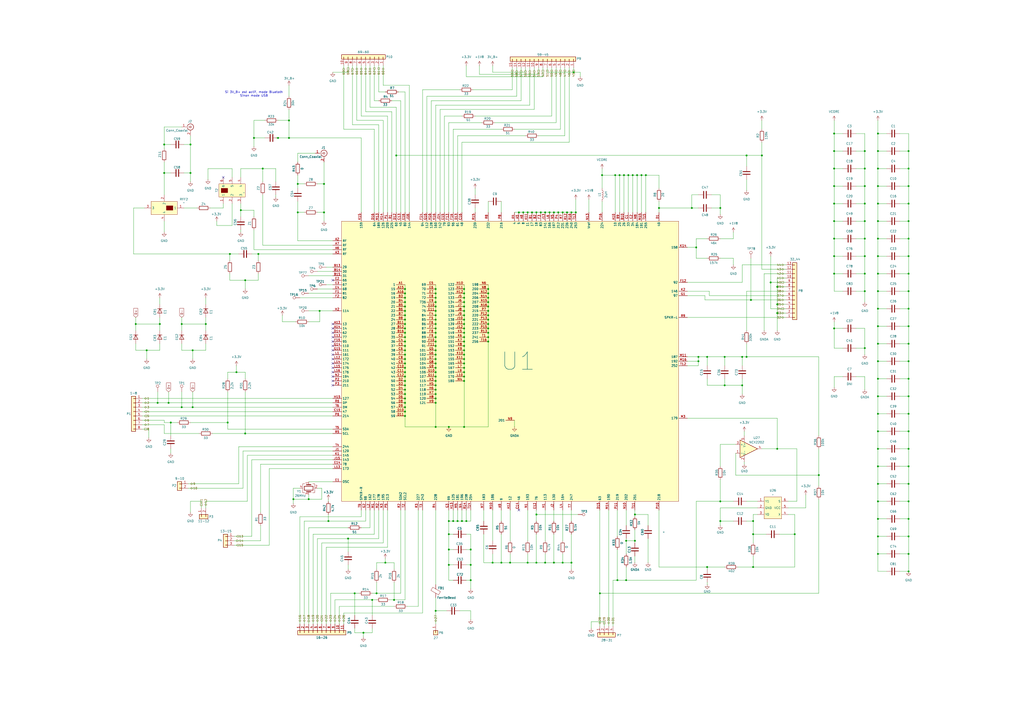
<source format=kicad_sch>
(kicad_sch (version 20231120) (generator "eeschema") (generator_version "8.0")
  (paper "A2")
  (junction (at 283.21 182.88))
  (junction (at 147.32 80.01))
  (junction (at 321.31 326.39))
  (junction (at 527.05 229.87))
  (junction (at 269.24 175.26))
  (junction (at 234.95 195.58))
  (junction (at 356.87 101.6))
  (junction (at 170.18 289.56))
  (junction (at 331.47 326.39))
  (junction (at 308.61 123.19))
  (junction (at 111.76 203.2))
  (junction (at 252.73 175.26))
  (junction (at 234.95 203.2))
  (junction (at 347.98 344.17))
  (junction (at 527.05 290.83))
  (junction (at 105.41 187.96))
  (junction (at 372.11 101.6))
  (junction (at 509.27 199.39))
  (junction (at 450.85 176.53))
  (junction (at 283.21 193.04))
  (junction (at 321.31 123.19))
  (junction (at 374.65 101.6))
  (junction (at 85.09 203.2))
  (junction (at 234.95 208.28))
  (junction (at 283.21 180.34))
  (junction (at 234.95 193.04))
  (junction (at 509.27 168.91))
  (junction (at 283.21 175.26))
  (junction (at 509.27 229.87))
  (junction (at 119.38 187.96))
  (junction (at 252.73 218.44))
  (junction (at 283.21 198.12))
  (junction (at 215.9 347.98))
  (junction (at 527.05 148.59))
  (junction (at 311.15 298.45))
  (junction (at 450.85 166.37))
  (junction (at 283.21 185.42))
  (junction (at 252.73 210.82))
  (junction (at 269.24 182.88))
  (junction (at 234.95 233.68))
  (junction (at 527.05 97.79))
  (junction (at 269.24 170.18))
  (junction (at 436.88 309.88))
  (junction (at 441.96 90.17))
  (junction (at 527.05 179.07))
  (junction (at 474.98 275.59))
  (junction (at 234.95 167.64))
  (junction (at 234.95 182.88))
  (junction (at 260.35 309.88))
  (junction (at 252.73 193.04))
  (junction (at 252.73 177.8))
  (junction (at 483.87 190.5))
  (junction (at 252.73 231.14))
  (junction (at 218.44 344.17))
  (junction (at 332.74 41.91))
  (junction (at 187.96 106.68))
  (junction (at 269.24 198.12))
  (junction (at 527.05 209.55))
  (junction (at 252.73 172.72))
  (junction (at 501.65 158.75))
  (junction (at 149.86 147.32))
  (junction (at 252.73 200.66))
  (junction (at 252.73 226.06))
  (junction (at 252.73 208.28))
  (junction (at 527.05 189.23))
  (junction (at 110.49 83.82))
  (junction (at 190.5 302.26))
  (junction (at 234.95 241.3))
  (junction (at 210.82 367.03))
  (junction (at 142.24 251.46))
  (junction (at 311.15 123.19))
  (junction (at 509.27 290.83))
  (junction (at 501.65 118.11))
  (junction (at 417.83 120.65))
  (junction (at 364.49 101.6))
  (junction (at 417.83 290.83))
  (junction (at 290.83 326.39))
  (junction (at 95.25 83.82))
  (junction (at 265.43 302.26))
  (junction (at 167.64 80.01))
  (junction (at 450.85 181.61))
  (junction (at 318.77 123.19))
  (junction (at 283.21 190.5))
  (junction (at 172.72 106.68))
  (junction (at 527.05 168.91))
  (junction (at 358.14 336.55))
  (junction (at 179.07 289.56))
  (junction (at 369.57 101.6))
  (junction (at 368.3 313.69))
  (junction (at 269.24 190.5))
  (junction (at 267.97 302.26))
  (junction (at 252.73 180.34))
  (junction (at 509.27 311.15))
  (junction (at 483.87 128.27))
  (junction (at 252.73 354.33))
  (junction (at 405.13 209.55))
  (junction (at 326.39 326.39))
  (junction (at 509.27 219.71))
  (junction (at 483.87 87.63))
  (junction (at 501.65 87.63))
  (junction (at 234.95 223.52))
  (junction (at 509.27 138.43))
  (junction (at 306.07 123.19))
  (junction (at 311.15 326.39))
  (junction (at 420.37 223.52))
  (junction (at 234.95 205.74))
  (junction (at 410.21 207.01))
  (junction (at 139.7 121.92))
  (junction (at 328.93 123.19))
  (junction (at 483.87 77.47))
  (junction (at 509.27 321.31))
  (junction (at 527.05 270.51))
  (junction (at 234.95 175.26))
  (junction (at 97.79 233.68))
  (junction (at 234.95 172.72))
  (junction (at 527.05 280.67))
  (junction (at 483.87 118.11))
  (junction (at 252.73 203.2))
  (junction (at 205.74 344.17))
  (junction (at 483.87 107.95))
  (junction (at 269.24 187.96))
  (junction (at 78.74 187.96))
  (junction (at 509.27 209.55))
  (junction (at 509.27 148.59))
  (junction (at 401.32 120.65))
  (junction (at 417.83 302.26))
  (junction (at 269.24 247.65))
  (junction (at 509.27 280.67))
  (junction (at 269.24 210.82))
  (junction (at 509.27 77.47))
  (junction (at 234.95 215.9))
  (junction (at 501.65 201.93))
  (junction (at 436.88 302.26))
  (junction (at 252.73 228.6))
  (junction (at 501.65 138.43))
  (junction (at 430.53 223.52))
  (junction (at 252.73 190.5))
  (junction (at 527.05 128.27))
  (junction (at 262.89 302.26))
  (junction (at 461.01 309.88))
  (junction (at 527.05 107.95))
  (junction (at 509.27 107.95))
  (junction (at 260.35 318.77))
  (junction (at 269.24 220.98))
  (junction (at 283.21 172.72))
  (junction (at 410.21 328.93))
  (junction (at 234.95 236.22))
  (junction (at 234.95 210.82))
  (junction (at 234.95 200.66))
  (junction (at 447.04 163.83))
  (junction (at 252.73 205.74))
  (junction (at 509.27 118.11))
  (junction (at 349.25 101.6))
  (junction (at 509.27 158.75))
  (junction (at 436.88 328.93))
  (junction (at 234.95 187.96))
  (junction (at 234.95 220.98))
  (junction (at 483.87 158.75))
  (junction (at 269.24 200.66))
  (junction (at 527.05 87.63))
  (junction (at 252.73 187.96))
  (junction (at 234.95 228.6))
  (junction (at 323.85 123.19))
  (junction (at 269.24 193.04))
  (junction (at 331.47 123.19))
  (junction (at 501.65 148.59))
  (junction (at 527.05 331.47))
  (junction (at 527.05 219.71))
  (junction (at 234.95 238.76))
  (junction (at 92.71 187.96))
  (junction (at 99.06 245.11))
  (junction (at 509.27 189.23))
  (junction (at 132.08 245.11))
  (junction (at 285.75 326.39))
  (junction (at 361.95 101.6))
  (junction (at 269.24 195.58))
  (junction (at 527.05 321.31))
  (junction (at 363.22 336.55))
  (junction (at 142.24 162.56))
  (junction (at 229.87 90.17))
  (junction (at 433.07 207.01))
  (junction (at 252.73 185.42))
  (junction (at 509.27 260.35))
  (junction (at 252.73 247.65))
  (junction (at 269.24 208.28))
  (junction (at 527.05 118.11))
  (junction (at 501.65 97.79))
  (junction (at 269.24 205.74))
  (junction (at 260.35 327.66))
  (junction (at 382.27 120.65))
  (junction (at 483.87 97.79))
  (junction (at 283.21 187.96))
  (junction (at 269.24 203.2))
  (junction (at 110.49 100.33))
  (junction (at 111.76 236.22))
  (junction (at 234.95 190.5))
  (junction (at 283.21 170.18))
  (junction (at 252.73 213.36))
  (junction (at 501.65 168.91))
  (junction (at 509.27 240.03))
  (junction (at 300.99 123.19))
  (junction (at 252.73 233.68))
  (junction (at 234.95 198.12))
  (junction (at 187.96 123.19))
  (junction (at 234.95 170.18))
  (junction (at 435.61 173.99))
  (junction (at 273.05 336.55))
  (junction (at 137.16 215.9))
  (junction (at 509.27 270.51))
  (junction (at 527.05 240.03))
  (junction (at 326.39 123.19))
  (junction (at 295.91 326.39))
  (junction (at 283.21 167.64))
  (junction (at 433.07 90.17))
  (junction (at 527.05 311.15))
  (junction (at 283.21 177.8))
  (junction (at 269.24 172.72))
  (junction (at 509.27 97.79))
  (junction (at 228.6 347.98))
  (junction (at 172.72 123.19))
  (junction (at 234.95 185.42))
  (junction (at 152.4 97.79))
  (junction (at 501.65 128.27))
  (junction (at 334.01 123.19))
  (junction (at 269.24 185.42))
  (junction (at 260.35 302.26))
  (junction (at 450.85 260.35))
  (junction (at 201.93 312.42))
  (junction (at 269.24 213.36))
  (junction (at 252.73 220.98))
  (junction (at 252.73 195.58))
  (junction (at 316.23 123.19))
  (junction (at 367.03 101.6))
  (junction (at 509.27 87.63))
  (junction (at 252.73 198.12))
  (junction (at 313.69 123.19))
  (junction (at 234.95 180.34))
  (junction (at 509.27 179.07))
  (junction (at 359.41 101.6))
  (junction (at 368.3 298.45))
  (junction (at 403.86 143.51))
  (junction (at 303.53 123.19))
  (junction (at 252.73 223.52))
  (junction (at 91.44 233.68))
  (junction (at 269.24 218.44))
  (junction (at 185.42 180.34))
  (junction (at 105.41 236.22))
  (junction (at 306.07 326.39))
  (junction (at 527.05 158.75))
  (junction (at 420.37 207.01))
  (junction (at 223.52 326.39))
  (junction (at 234.95 231.14))
  (junction (at 252.73 170.18))
  (junction (at 234.95 218.44))
  (junction (at 527.05 250.19))
  (junction (at 363.22 313.69))
  (junction (at 252.73 167.64))
  (junction (at 316.23 326.39))
  (junction (at 430.53 207.01))
  (junction (at 527.05 260.35))
  (junction (at 501.65 107.95))
  (junction (at 527.05 300.99))
  (junction (at 273.05 327.66))
  (junction (at 269.24 180.34))
  (junction (at 95.25 100.33))
  (junction (at 527.05 199.39))
  (junction (at 252.73 182.88))
  (junction (at 260.35 247.65))
  (junction (at 509.27 300.99))
  (junction (at 252.73 215.9))
  (junction (at 269.24 167.64))
  (junction (at 509.27 128.27))
  (junction (at 270.51 302.26))
  (junction (at 234.95 177.8))
  (junction (at 483.87 138.43))
  (junction (at 269.24 177.8))
  (junction (at 167.64 69.85))
  (junction (at 269.24 215.9))
  (junction (at 273.05 318.77))
  (junction (at 283.21 195.58))
  (junction (at 509.27 250.19))
  (junction (at 234.95 226.06))
  (junction (at 133.35 147.32))
  (junction (at 483.87 148.59))
  (junction (at 527.05 138.43))
  (junction (at 161.29 80.01))
  (junction (at 234.95 213.36))
  (junction (at 405.13 207.01))
  (no_connect (at 193.04 200.66))
  (no_connect (at 193.04 218.44))
  (no_connect (at 193.04 220.98))
  (no_connect (at 193.04 208.28))
  (no_connect (at 193.04 210.82))
  (no_connect (at 193.04 193.04))
  (no_connect (at 193.04 187.96))
  (no_connect (at 193.04 198.12))
  (no_connect (at 193.04 203.2))
  (no_connect (at 193.04 205.74))
  (no_connect (at 193.04 213.36))
  (no_connect (at 129.54 102.87))
  (no_connect (at 193.04 215.9))
  (no_connect (at 300.99 295.91))
  (no_connect (at 193.04 223.52))
  (no_connect (at 193.04 190.5))
  (no_connect (at 193.04 195.58))
  (no_connect (at 193.04 162.56))
  (wire (pts (xy 269.24 195.58) (xy 269.24 198.12)))
  (wire (pts (xy 420.37 223.52) (xy 430.53 223.52)))
  (wire (pts (xy 201.93 41.91) (xy 201.93 38.1)))
  (wire (pts (xy 521.97 107.95) (xy 527.05 107.95)))
  (wire (pts (xy 234.95 233.68) (xy 234.95 236.22)))
  (wire (pts (xy 420.37 328.93) (xy 410.21 328.93)))
  (wire (pts (xy 78.74 199.39) (xy 78.74 203.2)))
  (wire (pts (xy 461.01 298.45) (xy 461.01 309.88)))
  (wire (pts (xy 252.73 226.06) (xy 252.73 228.6)))
  (wire (pts (xy 269.24 177.8) (xy 269.24 180.34)))
  (wire (pts (xy 234.95 213.36) (xy 234.95 215.9)))
  (wire (pts (xy 521.97 77.47) (xy 527.05 77.47)))
  (wire (pts (xy 336.55 41.91) (xy 336.55 44.45)))
  (wire (pts (xy 349.25 97.79) (xy 349.25 101.6)))
  (wire (pts (xy 267.97 295.91) (xy 267.97 302.26)))
  (wire (pts (xy 483.87 148.59) (xy 488.95 148.59)))
  (wire (pts (xy 501.65 201.93) (xy 501.65 205.74)))
  (wire (pts (xy 483.87 201.93) (xy 488.95 201.93)))
  (wire (pts (xy 173.99 172.72) (xy 193.04 172.72)))
  (wire (pts (xy 172.72 106.68) (xy 176.53 106.68)))
  (wire (pts (xy 364.49 101.6) (xy 361.95 101.6)))
  (wire (pts (xy 435.61 149.86) (xy 435.61 173.99)))
  (wire (pts (xy 283.21 116.84) (xy 283.21 123.19)))
  (wire (pts (xy 252.73 182.88) (xy 252.73 185.42)))
  (wire (pts (xy 186.69 361.95) (xy 186.69 314.96)))
  (wire (pts (xy 356.87 101.6) (xy 349.25 101.6)))
  (wire (pts (xy 501.65 148.59) (xy 501.65 138.43)))
  (wire (pts (xy 311.15 298.45) (xy 311.15 302.26)))
  (wire (pts (xy 321.31 295.91) (xy 321.31 302.26)))
  (wire (pts (xy 110.49 290.83) (xy 110.49 297.18)))
  (wire (pts (xy 229.87 62.23) (xy 214.63 62.23)))
  (wire (pts (xy 265.43 78.74) (xy 304.8 78.74)))
  (wire (pts (xy 191.77 361.95) (xy 191.77 344.17)))
  (wire (pts (xy 403.86 149.86) (xy 410.21 149.86)))
  (wire (pts (xy 269.24 165.1) (xy 269.24 167.64)))
  (wire (pts (xy 207.01 38.1) (xy 207.01 69.85)))
  (wire (pts (xy 137.16 212.09) (xy 137.16 215.9)))
  (wire (pts (xy 509.27 128.27) (xy 514.35 128.27)))
  (wire (pts (xy 139.7 97.79) (xy 152.4 97.79)))
  (wire (pts (xy 367.03 101.6) (xy 367.03 123.19)))
  (wire (pts (xy 252.73 198.12) (xy 252.73 200.66)))
  (wire (pts (xy 328.93 123.19) (xy 331.47 123.19)))
  (wire (pts (xy 436.88 309.88) (xy 444.5 309.88)))
  (wire (pts (xy 509.27 250.19) (xy 514.35 250.19)))
  (wire (pts (xy 363.22 336.55) (xy 363.22 328.93)))
  (wire (pts (xy 303.53 123.19) (xy 306.07 123.19)))
  (wire (pts (xy 455.93 179.07) (xy 447.04 179.07)))
  (wire (pts (xy 410.21 337.82) (xy 410.21 339.09)))
  (wire (pts (xy 179.07 279.4) (xy 193.04 279.4)))
  (wire (pts (xy 134.62 97.79) (xy 120.65 97.79)))
  (wire (pts (xy 184.15 157.48) (xy 193.04 157.48)))
  (wire (pts (xy 184.15 167.64) (xy 193.04 167.64)))
  (wire (pts (xy 430.53 153.67) (xy 455.93 153.67)))
  (wire (pts (xy 273.05 354.33) (xy 266.7 354.33)))
  (wire (pts (xy 147.32 80.01) (xy 147.32 69.85)))
  (wire (pts (xy 172.72 123.19) (xy 172.72 139.7)))
  (wire (pts (xy 260.35 336.55) (xy 262.89 336.55)))
  (wire (pts (xy 403.86 138.43) (xy 403.86 143.51)))
  (wire (pts (xy 398.78 212.09) (xy 405.13 212.09)))
  (wire (pts (xy 382.27 120.65) (xy 382.27 123.19)))
  (wire (pts (xy 116.84 290.83) (xy 116.84 294.64)))
  (wire (pts (xy 521.97 179.07) (xy 527.05 179.07)))
  (wire (pts (xy 283.21 198.12) (xy 283.21 247.65)))
  (wire (pts (xy 252.73 177.8) (xy 252.73 180.34)))
  (wire (pts (xy 234.95 195.58) (xy 234.95 198.12)))
  (wire (pts (xy 417.83 278.13) (xy 417.83 290.83)))
  (wire (pts (xy 269.24 187.96) (xy 269.24 190.5)))
  (wire (pts (xy 290.83 309.88) (xy 290.83 326.39)))
  (wire (pts (xy 290.83 326.39) (xy 295.91 326.39)))
  (wire (pts (xy 403.86 143.51) (xy 403.86 149.86)))
  (wire (pts (xy 189.23 165.1) (xy 193.04 165.1)))
  (wire (pts (xy 252.73 170.18) (xy 252.73 172.72)))
  (wire (pts (xy 411.48 168.91) (xy 411.48 171.45)))
  (wire (pts (xy 142.24 251.46) (xy 123.19 251.46)))
  (wire (pts (xy 509.27 107.95) (xy 514.35 107.95)))
  (wire (pts (xy 316.23 295.91) (xy 316.23 313.69)))
  (wire (pts (xy 110.49 83.82) (xy 110.49 100.33)))
  (wire (pts (xy 147.32 80.01) (xy 153.67 80.01)))
  (wire (pts (xy 106.68 120.65) (xy 114.3 120.65)))
  (wire (pts (xy 398.78 168.91) (xy 411.48 168.91)))
  (wire (pts (xy 483.87 118.11) (xy 488.95 118.11)))
  (wire (pts (xy 450.85 176.53) (xy 455.93 176.53)))
  (wire (pts (xy 410.21 207.01) (xy 420.37 207.01)))
  (wire (pts (xy 483.87 69.85) (xy 483.87 77.47)))
  (wire (pts (xy 212.09 295.91) (xy 212.09 302.26)))
  (wire (pts (xy 312.42 43.18) (xy 312.42 39.37)))
  (wire (pts (xy 321.31 123.19) (xy 323.85 123.19)))
  (wire (pts (xy 95.25 128.27) (xy 95.25 134.62)))
  (wire (pts (xy 501.65 138.43) (xy 501.65 128.27)))
  (wire (pts (xy 374.65 101.6) (xy 374.65 123.19)))
  (wire (pts (xy 358.14 318.77) (xy 358.14 336.55)))
  (wire (pts (xy 193.04 259.08) (xy 138.43 259.08)))
  (wire (pts (xy 99.06 262.89) (xy 99.06 260.35)))
  (wire (pts (xy 509.27 189.23) (xy 514.35 189.23)))
  (wire (pts (xy 234.95 203.2) (xy 234.95 205.74)))
  (wire (pts (xy 483.87 190.5) (xy 488.95 190.5)))
  (wire (pts (xy 228.6 326.39) (xy 228.6 330.2)))
  (wire (pts (xy 417.83 290.83) (xy 425.45 290.83)))
  (wire (pts (xy 441.96 90.17) (xy 441.96 82.55)))
  (wire (pts (xy 326.39 321.31) (xy 326.39 326.39)))
  (wire (pts (xy 212.09 38.1) (xy 212.09 64.77)))
  (wire (pts (xy 214.63 62.23) (xy 214.63 38.1)))
  (wire (pts (xy 408.94 173.99) (xy 435.61 173.99)))
  (wire (pts (xy 132.08 215.9) (xy 137.16 215.9)))
  (wire (pts (xy 368.3 298.45) (xy 375.92 298.45)))
  (wire (pts (xy 146.05 266.7) (xy 146.05 311.15)))
  (wire (pts (xy 359.41 101.6) (xy 359.41 123.19)))
  (wire (pts (xy 260.35 71.12) (xy 279.4 71.12)))
  (wire (pts (xy 270.51 44.45) (xy 270.51 38.1)))
  (wire (pts (xy 172.72 139.7) (xy 193.04 139.7)))
  (wire (pts (xy 332.74 41.91) (xy 332.74 39.37)))
  (wire (pts (xy 420.37 207.01) (xy 430.53 207.01)))
  (wire (pts (xy 527.05 270.51) (xy 527.05 260.35)))
  (wire (pts (xy 433.07 104.14) (xy 433.07 110.49)))
  (wire (pts (xy 527.05 148.59) (xy 527.05 138.43)))
  (wire (pts (xy 139.7 118.11) (xy 139.7 121.92)))
  (wire (pts (xy 234.95 231.14) (xy 234.95 233.68)))
  (wire (pts (xy 265.43 123.19) (xy 265.43 78.74)))
  (wire (pts (xy 234.95 205.74) (xy 234.95 208.28)))
  (wire (pts (xy 509.27 148.59) (xy 509.27 138.43)))
  (wire (pts (xy 298.45 74.93) (xy 325.12 74.93)))
  (wire (pts (xy 527.05 168.91) (xy 527.05 158.75)))
  (wire (pts (xy 372.11 101.6) (xy 372.11 123.19)))
  (wire (pts (xy 496.57 190.5) (xy 501.65 190.5)))
  (wire (pts (xy 450.85 242.57) (xy 450.85 260.35)))
  (wire (pts (xy 347.98 295.91) (xy 347.98 344.17)))
  (wire (pts (xy 447.04 148.59) (xy 447.04 163.83)))
  (wire (pts (xy 179.07 289.56) (xy 170.18 289.56)))
  (wire (pts (xy 236.22 351.79) (xy 242.57 351.79)))
  (wire (pts (xy 179.07 180.34) (xy 185.42 180.34)))
  (wire (pts (xy 129.54 120.65) (xy 129.54 118.11)))
  (wire (pts (xy 105.41 187.96) (xy 105.41 191.77)))
  (wire (pts (xy 269.24 203.2) (xy 269.24 205.74)))
  (wire (pts (xy 312.42 78.74) (xy 327.66 78.74)))
  (wire (pts (xy 483.87 97.79) (xy 483.87 107.95)))
  (wire (pts (xy 111.76 227.33) (xy 111.76 236.22)))
  (wire (pts (xy 474.98 275.59) (xy 474.98 260.35)))
  (wire (pts (xy 483.87 190.5) (xy 483.87 201.93)))
  (wire (pts (xy 275.59 109.22) (xy 275.59 113.03)))
  (wire (pts (xy 205.74 344.17) (xy 208.28 344.17)))
  (wire (pts (xy 105.41 199.39) (xy 105.41 203.2)))
  (wire (pts (xy 189.23 154.94) (xy 193.04 154.94)))
  (wire (pts (xy 483.87 107.95) (xy 488.95 107.95)))
  (wire (pts (xy 152.4 97.79) (xy 152.4 105.41)))
  (wire (pts (xy 521.97 300.99) (xy 527.05 300.99)))
  (wire (pts (xy 509.27 199.39) (xy 509.27 209.55)))
  (wire (pts (xy 283.21 185.42) (xy 283.21 187.96)))
  (wire (pts (xy 170.18 289.56) (xy 170.18 292.1)))
  (wire (pts (xy 229.87 90.17) (xy 229.87 123.19)))
  (wire (pts (xy 527.05 158.75) (xy 527.05 148.59)))
  (wire (pts (xy 527.05 179.07) (xy 527.05 189.23)))
  (wire (pts (xy 204.47 72.39) (xy 204.47 38.1)))
  (wire (pts (xy 193.04 41.91) (xy 201.93 41.91)))
  (wire (pts (xy 110.49 245.11) (xy 132.08 245.11)))
  (wire (pts (xy 462.28 290.83) (xy 462.28 260.35)))
  (wire (pts (xy 527.05 128.27) (xy 527.05 118.11)))
  (wire (pts (xy 234.95 347.98) (xy 234.95 295.91)))
  (wire (pts (xy 417.83 149.86) (xy 425.45 149.86)))
  (wire (pts (xy 430.53 163.83) (xy 430.53 153.67)))
  (wire (pts (xy 417.83 304.8) (xy 417.83 302.26)))
  (wire (pts (xy 300.99 123.19) (xy 303.53 123.19)))
  (wire (pts (xy 426.72 262.89) (xy 426.72 275.59)))
  (wire (pts (xy 217.17 309.88) (xy 181.61 309.88)))
  (wire (pts (xy 132.08 219.71) (xy 132.08 215.9)))
  (wire (pts (xy 228.6 351.79) (xy 196.85 351.79)))
  (wire (pts (xy 483.87 186.69) (xy 483.87 190.5)))
  (wire (pts (xy 242.57 295.91) (xy 242.57 351.79)))
  (wire (pts (xy 527.05 229.87) (xy 527.05 219.71)))
  (wire (pts (xy 119.38 290.83) (xy 143.51 290.83)))
  (wire (pts (xy 160.02 80.01) (xy 161.29 80.01)))
  (wire (pts (xy 133.35 162.56) (xy 142.24 162.56)))
  (wire (pts (xy 269.24 218.44) (xy 269.24 220.98)))
  (wire (pts (xy 521.97 209.55) (xy 527.05 209.55)))
  (wire (pts (xy 269.24 215.9) (xy 269.24 218.44)))
  (wire (pts (xy 527.05 240.03) (xy 527.05 229.87)))
  (wire (pts (xy 78.74 187.96) (xy 92.71 187.96)))
  (wire (pts (xy 82.55 236.22) (xy 105.41 236.22)))
  (wire (pts (xy 176.53 302.26) (xy 176.53 361.95)))
  (wire (pts (xy 92.71 199.39) (xy 92.71 203.2)))
  (wire (pts (xy 311.15 295.91) (xy 311.15 298.45)))
  (wire (pts (xy 369.57 101.6) (xy 369.57 123.19)))
  (wire (pts (xy 283.21 247.65) (xy 269.24 247.65)))
  (wire (pts (xy 161.29 80.01) (xy 167.64 80.01)))
  (wire (pts (xy 433.07 168.91) (xy 455.93 168.91)))
  (wire (pts (xy 252.73 165.1) (xy 252.73 167.64)))
  (wire (pts (xy 210.82 367.03) (xy 210.82 369.57)))
  (wire (pts (xy 146.05 147.32) (xy 149.86 147.32)))
  (wire (pts (xy 417.83 302.26) (xy 425.45 302.26)))
  (wire (pts (xy 501.65 128.27) (xy 501.65 118.11)))
  (wire (pts (xy 509.27 87.63) (xy 514.35 87.63)))
  (wire (pts (xy 509.27 77.47) (xy 509.27 87.63)))
  (wire (pts (xy 106.68 100.33) (xy 110.49 100.33)))
  (wire (pts (xy 278.13 43.18) (xy 312.42 43.18)))
  (wire (pts (xy 199.39 74.93) (xy 217.17 74.93)))
  (wire (pts (xy 219.71 123.19) (xy 219.71 72.39)))
  (wire (pts (xy 260.35 327.66) (xy 262.89 327.66)))
  (wire (pts (xy 285.75 326.39) (xy 290.83 326.39)))
  (wire (pts (xy 368.3 295.91) (xy 368.3 298.45)))
  (wire (pts (xy 201.93 327.66) (xy 201.93 330.2)))
  (wire (pts (xy 265.43 302.26) (xy 262.89 302.26)))
  (wire (pts (xy 91.44 227.33) (xy 91.44 233.68)))
  (wire (pts (xy 316.23 326.39) (xy 321.31 326.39)))
  (wire (pts (xy 152.4 142.24) (xy 193.04 142.24)))
  (wire (pts (xy 433.07 90.17) (xy 441.96 90.17)))
  (wire (pts (xy 252.73 200.66) (xy 252.73 203.2)))
  (wire (pts (xy 527.05 321.31) (xy 527.05 311.15)))
  (wire (pts (xy 398.78 184.15) (xy 455.93 184.15)))
  (wire (pts (xy 461.01 328.93) (xy 461.01 309.88)))
  (wire (pts (xy 224.79 317.5) (xy 224.79 295.91)))
  (wire (pts (xy 527.05 311.15) (xy 527.05 300.99)))
  (wire (pts (xy 92.71 184.15) (xy 92.71 187.96)))
  (wire (pts (xy 269.24 220.98) (xy 269.24 247.65)))
  (wire (pts (xy 410.21 328.93) (xy 410.21 330.2)))
  (wire (pts (xy 509.27 97.79) (xy 509.27 87.63)))
  (wire (pts (xy 133.35 151.13) (xy 133.35 147.32)))
  (wire (pts (xy 483.87 118.11) (xy 483.87 128.27)))
  (wire (pts (xy 187.96 93.98) (xy 187.96 106.68)))
  (wire (pts (xy 509.27 168.91) (xy 509.27 179.07)))
  (wire (pts (xy 252.73 167.64) (xy 252.73 170.18)))
  (wire (pts (xy 375.92 298.45) (xy 375.92 304.8)))
  (wire (pts (xy 405.13 212.09) (xy 405.13 209.55)))
  (wire (pts (xy 483.87 87.63) (xy 483.87 97.79)))
  (wire (pts (xy 461.01 309.88) (xy 452.12 309.88)))
  (wire (pts (xy 509.27 138.43) (xy 514.35 138.43)))
  (wire (pts (xy 269.24 172.72) (xy 269.24 175.26)))
  (wire (pts (xy 307.34 39.37) (xy 307.34 60.96)))
  (wire (pts (xy 342.9 360.68) (xy 342.9 364.49)))
  (wire (pts (xy 199.39 38.1) (xy 199.39 74.93)))
  (wire (pts (xy 275.59 67.31) (xy 320.04 67.31)))
  (wire (pts (xy 265.43 295.91) (xy 265.43 302.26)))
  (wire (pts (xy 247.65 55.88) (xy 299.72 55.88)))
  (wire (pts (xy 133.35 158.75) (xy 133.35 162.56)))
  (wire (pts (xy 330.2 39.37) (xy 330.2 82.55)))
  (wire (pts (xy 156.21 271.78) (xy 156.21 316.23)))
  (wire (pts (xy 430.53 207.01) (xy 430.53 212.09)))
  (wire (pts (xy 509.27 168.91) (xy 514.35 168.91)))
  (wire (pts (xy 186.69 283.21) (xy 186.69 289.56)))
  (wire (pts (xy 412.75 120.65) (xy 417.83 120.65)))
  (wire (pts (xy 368.3 313.69) (xy 368.3 314.96)))
  (wire (pts (xy 509.27 300.99) (xy 509.27 311.15)))
  (wire (pts (xy 196.85 351.79) (xy 196.85 361.95)))
  (wire (pts (xy 199.39 355.6) (xy 199.39 361.95)))
  (wire (pts (xy 450.85 166.37) (xy 450.85 176.53)))
  (wire (pts (xy 521.97 321.31) (xy 527.05 321.31)))
  (wire (pts (xy 436.88 328.93) (xy 461.01 328.93)))
  (wire (pts (xy 509.27 219.71) (xy 509.27 229.87)))
  (wire (pts (xy 273.05 327.66) (xy 273.05 336.55)))
  (wire (pts (xy 441.96 69.85) (xy 441.96 74.93)))
  (wire (pts (xy 245.11 123.19) (xy 245.11 52.07)))
  (wire (pts (xy 181.61 309.88) (xy 181.61 361.95)))
  (wire (pts (xy 350.52 363.22) (xy 350.52 360.68)))
  (wire (pts (xy 234.95 53.34) (xy 231.14 53.34)))
  (wire (pts (xy 433.07 290.83) (xy 439.42 290.83)))
  (wire (pts (xy 149.86 147.32) (xy 193.04 147.32)))
  (wire (pts (xy 433.07 199.39) (xy 433.07 207.01)))
  (wire (pts (xy 285.75 38.1) (xy 285.75 41.91)))
  (wire (pts (xy 509.27 270.51) (xy 509.27 280.67)))
  (wire (pts (xy 417.83 294.64) (xy 417.83 302.26)))
  (wire (pts (xy 306.07 326.39) (xy 311.15 326.39)))
  (wire (pts (xy 509.27 240.03) (xy 509.27 250.19)))
  (wire (pts (xy 260.35 247.65) (xy 252.73 247.65)))
  (wire (pts (xy 509.27 118.11) (xy 509.27 128.27)))
  (wire (pts (xy 317.5 41.91) (xy 332.74 41.91)))
  (wire (pts (xy 273.05 318.77) (xy 273.05 327.66)))
  (wire (pts (xy 382.27 116.84) (xy 382.27 120.65)))
  (wire (pts (xy 509.27 97.79) (xy 514.35 97.79)))
  (wire (pts (xy 82.55 241.3) (xy 193.04 241.3)))
  (wire (pts (xy 509.27 250.19) (xy 509.27 260.35)))
  (wire (pts (xy 368.3 298.45) (xy 368.3 299.72)))
  (wire (pts (xy 270.51 309.88) (xy 273.05 309.88)))
  (wire (pts (xy 260.35 302.26) (xy 260.35 295.91)))
  (wire (pts (xy 353.06 295.91) (xy 353.06 363.22)))
  (wire (pts (xy 77.47 147.32) (xy 133.35 147.32)))
  (wire (pts (xy 361.95 101.6) (xy 361.95 123.19)))
  (wire (pts (xy 450.85 166.37) (xy 455.93 166.37)))
  (wire (pts (xy 496.57 77.47) (xy 501.65 77.47)))
  (wire (pts (xy 147.32 125.73) (xy 147.32 121.92)))
  (wire (pts (xy 219.71 312.42) (xy 219.71 295.91)))
  (wire (pts (xy 521.97 270.51) (xy 527.05 270.51)))
  (wire (pts (xy 201.93 312.42) (xy 219.71 312.42)))
  (wire (pts (xy 97.79 227.33) (xy 97.79 233.68)))
  (wire (pts (xy 496.57 128.27) (xy 501.65 128.27)))
  (wire (pts (xy 262.89 123.19) (xy 262.89 74.93)))
  (wire (pts (xy 234.95 180.34) (xy 234.95 182.88)))
  (wire (pts (xy 483.87 138.43) (xy 488.95 138.43)))
  (wire (pts (xy 105.41 187.96) (xy 119.38 187.96)))
  (wire (pts (xy 190.5 289.56) (xy 190.5 290.83)))
  (wire (pts (xy 410.21 207.01) (xy 410.21 212.09)))
  (wire (pts (xy 78.74 187.96) (xy 78.74 191.77)))
  (wire (pts (xy 450.85 161.29) (xy 450.85 166.37)))
  (wire (pts (xy 252.73 228.6) (xy 252.73 231.14)))
  (wire (pts (xy 501.65 97.79) (xy 501.65 87.63)))
  (wire (pts (xy 364.49 101.6) (xy 364.49 123.19)))
  (wire (pts (xy 483.87 218.44) (xy 488.95 218.44)))
  (wire (pts (xy 283.21 180.34) (xy 283.21 182.88)))
  (wire (pts (xy 509.27 311.15) (xy 509.27 321.31)))
  (wire (pts (xy 297.18 52.07) (xy 297.18 39.37)))
  (wire (pts (xy 417.83 113.03) (xy 417.83 120.65)))
  (wire (pts (xy 167.64 49.53) (xy 167.64 55.88)))
  (wire (pts (xy 311.15 298.45) (xy 335.28 298.45)))
  (wire (pts (xy 455.93 161.29) (xy 450.85 161.29)))
  (wire (pts (xy 436.88 302.26) (xy 433.07 302.26)))
  (wire (pts (xy 187.96 106.68) (xy 187.96 123.19)))
  (wire (pts (xy 83.82 120.65) (xy 77.47 120.65)))
  (wire (pts (xy 269.24 190.5) (xy 269.24 193.04)))
  (wire (pts (xy 222.25 49.53) (xy 237.49 49.53)))
  (wire (pts (xy 313.69 123.19) (xy 316.23 123.19)))
  (wire (pts (xy 527.05 219.71) (xy 527.05 209.55)))
  (wire (pts (xy 521.97 260.35) (xy 527.05 260.35)))
  (wire (pts (xy 95.25 83.82) (xy 95.25 86.36)))
  (wire (pts (xy 193.04 231.14) (xy 82.55 231.14)))
  (wire (pts (xy 283.21 170.18) (xy 283.21 172.72)))
  (wire (pts (xy 299.72 55.88) (xy 299.72 39.37)))
  (wire (pts (xy 430.53 207.01) (xy 433.07 207.01)))
  (wire (pts (xy 483.87 158.75) (xy 483.87 168.91)))
  (wire (pts (xy 234.95 172.72) (xy 234.95 175.26)))
  (wire (pts (xy 441.96 90.17) (xy 441.96 156.21)))
  (wire (pts (xy 189.23 361.95) (xy 189.23 317.5)))
  (wire (pts (xy 105.41 203.2) (xy 111.76 203.2)))
  (wire (pts (xy 179.07 287.02) (xy 179.07 289.56)))
  (wire (pts (xy 283.21 165.1) (xy 283.21 167.64)))
  (wire (pts (xy 219.71 53.34) (xy 219.71 38.1)))
  (wire (pts (xy 403.86 290.83) (xy 417.83 290.83)))
  (wire (pts (xy 483.87 158.75) (xy 488.95 158.75)))
  (wire (pts (xy 368.3 307.34) (xy 368.3 313.69)))
  (wire (pts (xy 252.73 247.65) (xy 234.95 247.65)))
  (wire (pts (xy 252.73 185.42) (xy 252.73 187.96)))
  (wire (pts (xy 167.64 63.5) (xy 167.64 69.85)))
  (wire (pts (xy 436.88 302.26) (xy 436.88 309.88)))
  (wire (pts (xy 215.9 367.03) (xy 215.9 364.49)))
  (wire (pts (xy 403.86 336.55) (xy 403.86 290.83)))
  (wire (pts (xy 509.27 240.03) (xy 514.35 240.03)))
  (wire (pts (xy 283.21 193.04) (xy 283.21 195.58)))
  (wire (pts (xy 209.55 80.01) (xy 209.55 123.19)))
  (wire (pts (xy 527.05 179.07) (xy 527.05 168.91)))
  (wire (pts (xy 205.74 344.17) (xy 205.74 356.87)))
  (wire (pts (xy 295.91 326.39) (xy 306.07 326.39)))
  (wire (pts (xy 521.97 168.91) (xy 527.05 168.91)))
  (wire (pts (xy 462.28 290.83) (xy 457.2 290.83)))
  (wire (pts (xy 179.07 160.02) (xy 193.04 160.02)))
  (wire (pts (xy 119.38 290.83) (xy 119.38 294.64)))
  (wire (pts (xy 483.87 138.43) (xy 483.87 148.59)))
  (wire (pts (xy 321.31 326.39) (xy 326.39 326.39)))
  (wire (pts (xy 232.41 344.17) (xy 218.44 344.17)))
  (wire (pts (xy 219.71 72.39) (xy 204.47 72.39)))
  (wire (pts (xy 455.93 173.99) (xy 435.61 173.99)))
  (wire (pts (xy 501.65 218.44) (xy 501.65 226.06)))
  (wire (pts (xy 234.95 226.06) (xy 234.95 228.6)))
  (wire (pts (xy 224.79 67.31) (xy 224.79 123.19)))
  (wire (pts (xy 509.27 138.43) (xy 509.27 128.27)))
  (wire (pts (xy 119.38 203.2) (xy 111.76 203.2)))
  (wire (pts (xy 99.06 245.11) (xy 99.06 252.73)))
  (wire (pts (xy 132.08 248.92) (xy 193.04 248.92)))
  (wire (pts (xy 234.95 185.42) (xy 234.95 187.96)))
  (wire (pts (xy 318.77 123.19) (xy 321.31 123.19)))
  (wire (pts (xy 314.96 39.37) (xy 314.96 44.45)))
  (wire (pts (xy 234.95 177.8) (xy 234.95 180.34)))
  (wire (pts (xy 255.27 63.5) (xy 309.88 63.5)))
  (wire (pts (xy 311.15 123.19) (xy 313.69 123.19)))
  (wire (pts (xy 521.97 199.39) (xy 527.05 199.39)))
  (wire (pts (xy 509.27 229.87) (xy 509.27 240.03)))
  (wire (pts (xy 193.04 251.46) (xy 142.24 251.46)))
  (wire (pts (xy 283.21 187.96) (xy 283.21 190.5)))
  (wire (pts (xy 509.27 311.15) (xy 514.35 311.15)))
  (wire (pts (xy 151.13 269.24) (xy 151.13 297.18)))
  (wire (pts (xy 260.35 309.88) (xy 260.35 318.77)))
  (wire (pts (xy 483.87 97.79) (xy 488.95 97.79)))
  (wire (pts (xy 311.15 326.39) (xy 316.23 326.39)))
  (wire (pts (xy 95.25 83.82) (xy 99.06 83.82)))
  (wire (pts (xy 218.44 347.98) (xy 215.9 347.98)))
  (wire (pts (xy 255.27 123.19) (xy 255.27 63.5)))
  (wire (pts (xy 219.71 53.34) (xy 223.52 53.34)))
  (wire (pts (xy 245.11 355.6) (xy 199.39 355.6)))
  (wire (pts (xy 252.73 193.04) (xy 252.73 195.58)))
  (wire (pts (xy 85.09 203.2) (xy 85.09 208.28)))
  (wire (pts (xy 172.72 101.6) (xy 172.72 106.68)))
  (wire (pts (xy 92.71 187.96) (xy 92.71 191.77)))
  (wire (pts (xy 142.24 227.33) (xy 142.24 251.46)))
  (wire (pts (xy 252.73 180.34) (xy 252.73 182.88)))
  (wire (pts (xy 304.8 41.91) (xy 304.8 39.37)))
  (wire (pts (xy 218.44 326.39) (xy 218.44 330.2)))
  (wire (pts (xy 316.23 321.31) (xy 316.23 326.39)))
  (wire (pts (xy 149.86 151.13) (xy 149.86 147.32)))
  (wire (pts (xy 527.05 189.23) (xy 527.05 199.39)))
  (wire (pts (xy 163.83 186.69) (xy 171.45 186.69)))
  (wire (pts (xy 147.32 69.85) (xy 153.67 69.85)))
  (wire (pts (xy 331.47 326.39) (xy 331.47 330.2)))
  (wire (pts (xy 139.7 102.87) (xy 139.7 97.79)))
  (wire (pts (xy 401.32 113.03) (xy 401.32 120.65)))
  (wire (pts (xy 509.27 209.55) (xy 514.35 209.55)))
  (wire (pts (xy 111.76 236.22) (xy 193.04 236.22)))
  (wire (pts (xy 401.32 113.03) (xy 405.13 113.03)))
  (wire (pts (xy 179.07 170.18) (xy 193.04 170.18)))
  (wire (pts (xy 82.55 233.68) (xy 91.44 233.68)))
  (wire (pts (xy 436.88 298.45) (xy 439.42 298.45)))
  (wire (pts (xy 443.23 158.75) (xy 443.23 191.77)))
  (wire (pts (xy 509.27 158.75) (xy 509.27 168.91)))
  (wire (pts (xy 92.71 203.2) (xy 85.09 203.2)))
  (wire (pts (xy 234.95 210.82) (xy 234.95 213.36)))
  (wire (pts (xy 501.65 168.91) (xy 501.65 175.26)))
  (wire (pts (xy 184.15 123.19) (xy 187.96 123.19)))
  (wire (pts (xy 369.57 101.6) (xy 367.03 101.6)))
  (wire (pts (xy 483.87 148.59) (xy 483.87 158.75)))
  (wire (pts (xy 252.73 213.36) (xy 252.73 215.9)))
  (wire (pts (xy 273.05 318.77) (xy 270.51 318.77)))
  (wire (pts (xy 527.05 250.19) (xy 527.05 240.03)))
  (wire (pts (xy 382.27 101.6) (xy 374.65 101.6)))
  (wire (pts (xy 433.07 90.17) (xy 433.07 96.52)))
  (wire (pts (xy 363.22 313.69) (xy 368.3 313.69)))
  (wire (pts (xy 77.47 120.65) (xy 77.47 147.32)))
  (wire (pts (xy 193.04 271.78) (xy 156.21 271.78)))
  (wire (pts (xy 521.97 138.43) (xy 527.05 138.43)))
  (wire (pts (xy 436.88 302.26) (xy 436.88 298.45)))
  (wire (pts (xy 234.95 187.96) (xy 234.95 190.5)))
  (wire (pts (xy 120.65 97.79) (xy 120.65 104.14)))
  (wire (pts (xy 232.41 295.91) (xy 232.41 344.17)))
  (wire (pts (xy 186.69 289.56) (xy 179.07 289.56)))
  (wire (pts (xy 269.24 198.12) (xy 269.24 200.66)))
  (wire (pts (xy 209.55 67.31) (xy 224.79 67.31)))
  (wire (pts (xy 193.04 144.78) (xy 147.32 144.78)))
  (wire (pts (xy 179.07 186.69) (xy 185.42 186.69)))
  (wire (pts (xy 86.36 248.92) (xy 86.36 254)))
  (wire (pts (xy 222.25 38.1) (xy 222.25 49.53)))
  (wire (pts (xy 167.64 80.01) (xy 209.55 80.01)))
  (wire (pts (xy 501.65 118.11) (xy 501.65 107.95)))
  (wire (pts (xy 106.68 83.82) (xy 110.49 83.82)))
  (wire (pts (xy 382.27 328.93) (xy 410.21 328.93)))
  (wire (pts (xy 420.37 223.52) (xy 420.37 219.71)))
  (wire (pts (xy 269.24 213.36) (xy 269.24 215.9)))
  (wire (pts (xy 217.17 295.91) (xy 217.17 309.88)))
  (wire (pts (xy 193.04 266.7) (xy 146.05 266.7)))
  (wire (pts (xy 509.27 219.71) (xy 514.35 219.71)))
  (wire (pts (xy 218.44 337.82) (xy 218.44 344.17)))
  (wire (pts (xy 417.83 120.65) (xy 417.83 124.46)))
  (wire (pts (xy 496.57 148.59) (xy 501.65 148.59)))
  (wire (pts (xy 185.42 186.69) (xy 185.42 180.34)))
  (wire (pts (xy 527.05 280.67) (xy 527.05 270.51)))
  (wire (pts (xy 92.71 172.72) (xy 92.71 176.53)))
  (wire (pts (xy 287.02 71.12) (xy 322.58 71.12)))
  (wire (pts (xy 521.97 250.19) (xy 527.05 250.19)))
  (wire (pts (xy 509.27 331.47) (xy 514.35 331.47)))
  (wire (pts (xy 509.27 321.31) (xy 509.27 331.47)))
  (wire (pts (xy 398.78 207.01) (xy 405.13 207.01)))
  (wire (pts (xy 201.93 306.07) (xy 179.07 306.07)))
  (wire (pts (xy 95.25 245.11) (xy 99.06 245.11)))
  (wire (pts (xy 441.96 156.21) (xy 455.93 156.21)))
  (wire (pts (xy 262.89 74.93) (xy 290.83 74.93)))
  (wire (pts (xy 252.73 60.96) (xy 307.34 60.96)))
  (wire (pts (xy 363.22 312.42) (xy 363.22 313.69)))
  (wire (pts (xy 191.77 344.17) (xy 205.74 344.17)))
  (wire (pts (xy 322.58 39.37) (xy 322.58 71.12)))
  (wire (pts (xy 285.75 295.91) (xy 285.75 313.69)))
  (wire (pts (xy 160.02 113.03) (xy 160.02 114.3)))
  (wire (pts (xy 483.87 77.47) (xy 488.95 77.47)))
  (wire (pts (xy 483.87 168.91) (xy 488.95 168.91)))
  (wire (pts (xy 234.95 200.66) (xy 234.95 203.2)))
  (wire (pts (xy 229.87 90.17) (xy 433.07 90.17)))
  (wire (pts (xy 410.21 219.71) (xy 410.21 223.52)))
  (wire (pts (xy 215.9 347.98) (xy 215.9 356.87)))
  (wire (pts (xy 358.14 336.55) (xy 355.6 336.55)))
  (wire (pts (xy 275.59 120.65) (xy 275.59 123.19)))
  (wire (pts (xy 149.86 162.56) (xy 142.24 162.56)))
  (wire (pts (xy 121.92 120.65) (xy 129.54 120.65)))
  (wire (pts (xy 201.93 312.42) (xy 201.93 320.04)))
  (wire (pts (xy 398.78 163.83) (xy 430.53 163.83)))
  (wire (pts (xy 521.97 331.47) (xy 527.05 331.47)))
  (wire (pts (xy 496.57 218.44) (xy 501.65 218.44)))
  (wire (pts (xy 134.62 118.11) (xy 134.62 130.81)))
  (wire (pts (xy 267.97 123.19) (xy 267.97 82.55)))
  (wire (pts (xy 425.45 138.43) (xy 425.45 134.62)))
  (wire (pts (xy 285.75 41.91) (xy 304.8 41.91)))
  (wire (pts (xy 527.05 87.63) (xy 527.05 97.79)))
  (wire (pts (xy 218.44 326.39) (xy 223.52 326.39)))
  (wire (pts (xy 252.73 233.68) (xy 252.73 247.65)))
  (wire (pts (xy 234.95 190.5) (xy 234.95 193.04)))
  (wire (pts (xy 521.97 229.87) (xy 527.05 229.87)))
  (wire (pts (xy 398.78 242.57) (xy 450.85 242.57)))
  (wire (pts (xy 132.08 245.11) (xy 132.08 248.92)))
  (wire (pts (xy 185.42 180.34) (xy 193.04 180.34)))
  (wire (pts (xy 521.97 118.11) (xy 527.05 118.11)))
  (wire (pts (xy 331.47 309.88) (xy 331.47 326.39)))
  (wire (pts (xy 326.39 326.39) (xy 331.47 326.39)))
  (wire (pts (xy 99.06 245.11) (xy 102.87 245.11)))
  (wire (pts (xy 509.27 290.83) (xy 514.35 290.83)))
  (wire (pts (xy 138.43 259.08) (xy 138.43 280.67)))
  (wire (pts (xy 273.05 295.91) (xy 273.05 302.26)))
  (wire (pts (xy 139.7 121.92) (xy 147.32 121.92)))
  (wire (pts (xy 205.74 367.03) (xy 205.74 364.49)))
  (wire (pts (xy 257.81 67.31) (xy 257.81 123.19)))
  (wire (pts (xy 509.27 209.55) (xy 509.27 219.71)))
  (wire (pts (xy 222.25 69.85) (xy 222.25 123.19)))
  (wire (pts (xy 152.4 113.03) (xy 152.4 142.24)))
  (wire (pts (xy 237.49 49.53) (xy 237.49 123.19)))
  (wire (pts (xy 401.32 120.65) (xy 405.13 120.65)))
  (wire (pts (xy 269.24 175.26) (xy 269.24 177.8)))
  (wire (pts (xy 363.22 336.55) (xy 403.86 336.55)))
  (wire (pts (xy 151.13 304.8) (xy 151.13 313.69)))
  (wire (pts (xy 283.21 167.64) (xy 283.21 170.18)))
  (wire (pts (xy 234.95 170.18) (xy 234.95 172.72)))
  (wire (pts (xy 234.95 223.52) (xy 234.95 226.06)))
  (wire (pts (xy 260.35 318.77) (xy 260.35 327.66)))
  (wire (pts (xy 95.25 251.46) (xy 95.25 246.38)))
  (wire (pts (xy 496.57 118.11) (xy 501.65 118.11)))
  (wire (pts (xy 509.27 300.99) (xy 514.35 300.99)))
  (wire (pts (xy 496.57 168.91) (xy 501.65 168.91)))
  (wire (pts (xy 269.24 170.18) (xy 269.24 172.72)))
  (wire (pts (xy 527.05 118.11) (xy 527.05 107.95)))
  (wire (pts (xy 184.15 361.95) (xy 184.15 312.42)))
  (wire (pts (xy 417.83 138.43) (xy 425.45 138.43)))
  (wire (pts (xy 245.11 295.91) (xy 245.11 355.6)))
  (wire (pts (xy 218.44 344.17) (xy 215.9 344.17)))
  (wire (pts (xy 95.25 100.33) (xy 99.06 100.33)))
  (wire (pts (xy 321.31 309.88) (xy 321.31 326.39)))
  (wire (pts (xy 252.73 123.19) (xy 252.73 60.96)))
  (wire (pts (xy 410.21 223.52) (xy 420.37 223.52)))
  (wire (pts (xy 273.05 309.88) (xy 273.05 318.77)))
  (wire (pts (xy 527.05 138.43) (xy 527.05 128.27)))
  (wire (pts (xy 457.2 298.45) (xy 461.01 298.45)))
  (wire (pts (xy 260.35 318.77) (xy 262.89 318.77)))
  (wire (pts (xy 309.88 63.5) (xy 309.88 39.37)))
  (wire (pts (xy 269.24 208.28) (xy 269.24 210.82)))
  (wire (pts (xy 95.25 73.66) (xy 95.25 83.82)))
  (wire (pts (xy 97.79 233.68) (xy 193.04 233.68)))
  (wire (pts (xy 234.95 193.04) (xy 234.95 195.58)))
  (wire (pts (xy 363.22 313.69) (xy 363.22 321.31)))
  (wire (pts (xy 252.73 187.96) (xy 252.73 190.5)))
  (wire (pts (xy 134.62 102.87) (xy 134.62 97.79)))
  (wire (pts (xy 474.98 207.01) (xy 474.98 252.73)))
  (wire (pts (xy 316.23 123.19) (xy 318.77 123.19)))
  (wire (pts (xy 234.95 236.22) (xy 234.95 238.76)))
  (wire (pts (xy 363.22 295.91) (xy 363.22 304.8)))
  (wire (pts (xy 125.73 128.27) (xy 125.73 130.81)))
  (wire (pts (xy 193.04 264.16) (xy 143.51 264.16)))
  (wire (pts (xy 269.24 182.88) (xy 269.24 185.42)))
  (wire (pts (xy 172.72 116.84) (xy 172.72 123.19)))
  (wire (pts (xy 405.13 207.01) (xy 410.21 207.01)))
  (wire (pts (xy 483.87 218.44) (xy 483.87 224.79)))
  (wire (pts (xy 152.4 97.79) (xy 160.02 97.79)))
  (wire (pts (xy 234.95 167.64) (xy 234.95 170.18)))
  (wire (pts (xy 193.04 269.24) (xy 151.13 269.24)))
  (wire (pts (xy 119.38 199.39) (xy 119.38 203.2)))
  (wire (pts (xy 142.24 162.56) (xy 142.24 167.64)))
  (wire (pts (xy 274.32 52.07) (xy 297.18 52.07)))
  (wire (pts (xy 447.04 163.83) (xy 455.93 163.83)))
  (wire (pts (xy 341.63 115.57) (xy 341.63 123.19)))
  (wire (pts (xy 82.55 243.84) (xy 95.25 243.84)))
  (wire (pts (xy 109.22 283.21) (xy 140.97 283.21)))
  (wire (pts (xy 115.57 251.46) (xy 95.25 251.46)))
  (wire (pts (xy 347.98 344.17) (xy 474.98 344.17)))
  (wire (pts (xy 331.47 295.91) (xy 331.47 302.26)))
  (wire (pts (xy 509.27 69.85) (xy 509.27 77.47)))
  (wire (pts (xy 252.73 190.5) (xy 252.73 193.04)))
  (wire (pts (xy 212.09 302.26) (xy 190.5 302.26)))
  (wire (pts (xy 367.03 101.6) (xy 364.49 101.6)))
  (wire (pts (xy 95.25 100.33) (xy 95.25 113.03)))
  (wire (pts (xy 356.87 101.6) (xy 356.87 123.19)))
  (wire (pts (xy 398.78 143.51) (xy 403.86 143.51)))
  (wire (pts (xy 527.05 107.95) (xy 527.05 97.79)))
  (wire (pts (xy 361.95 101.6) (xy 359.41 101.6)))
  (wire (pts (xy 283.21 172.72) (xy 283.21 175.26)))
  (wire (pts (xy 450.85 176.53) (xy 450.85 181.61)))
  (wire (pts (xy 326.39 295.91) (xy 326.39 313.69)))
  (wire (pts (xy 173.99 283.21) (xy 170.18 283.21)))
  (wire (pts (xy 431.8 267.97) (xy 431.8 269.24)))
  (wire (pts (xy 252.73 218.44) (xy 252.73 220.98)))
  (wire (pts (xy 250.19 123.19) (xy 250.19 58.42)))
  (wire (pts (xy 252.73 175.26) (xy 252.73 177.8)))
  (wire (pts (xy 527.05 199.39) (xy 527.05 209.55)))
  (wire (pts (xy 527.05 290.83) (xy 527.05 280.67)))
  (wire (pts (xy 521.97 219.71) (xy 527.05 219.71)))
  (wire (pts (xy 228.6 337.82) (xy 228.6 347.98)))
  (wire (pts (xy 509.27 280.67) (xy 514.35 280.67)))
  (wire (pts (xy 298.45 123.19) (xy 300.99 123.19)))
  (wire (pts (xy 95.25 246.38) (xy 82.55 246.38)))
  (wire (pts (xy 134.62 130.81) (xy 125.73 130.81)))
  (wire (pts (xy 119.38 172.72) (xy 119.38 176.53)))
  (wire (pts (xy 82.55 238.76) (xy 193.04 238.76)))
  (wire (pts (xy 280.67 326.39) (xy 285.75 326.39)))
  (wire (pts (xy 252.73 354.33) (xy 259.08 354.33)))
  (wire (pts (xy 509.27 229.87) (xy 514.35 229.87)))
  (wire (pts (xy 111.76 203.2) (xy 111.76 208.28)))
  (wire (pts (xy 430.53 223.52) (xy 430.53 219.71)))
  (wire (pts (xy 205.74 367.03) (xy 210.82 367.03)))
  (wire (pts (xy 194.31 347.98) (xy 194.31 361.95)))
  (wire (pts (xy 172.72 93.98) (xy 172.72 88.9)))
  (wire (pts (xy 509.27 158.75) (xy 514.35 158.75)))
  (wire (pts (xy 295.91 321.31) (xy 295.91 326.39)))
  (wire (pts (xy 527.05 331.47) (xy 527.05 321.31)))
  (wire (pts (xy 252.73 231.14) (xy 252.73 233.68)))
  (wire (pts (xy 405.13 207.01) (xy 405.13 209.55)))
  (wire (pts (xy 450.85 260.35) (xy 441.96 260.35)))
  (wire (pts (xy 509.27 179.07) (xy 514.35 179.07)))
  (wire (pts (xy 283.21 195.58) (xy 283.21 198.12)))
  (wire (pts (xy 283.21 182.88) (xy 283.21 185.42)))
  (wire (pts (xy 151.13 313.69) (xy 135.89 313.69)))
  (wire (pts (xy 273.05 354.33) (xy 273.05 359.41)))
  (wire (pts (xy 417.83 257.81) (xy 417.83 270.51)))
  (wire (pts (xy 252.73 203.2) (xy 252.73 205.74)))
  (wire (pts (xy 426.72 275.59) (xy 474.98 275.59)))
  (wire (pts (xy 223.52 326.39) (xy 228.6 326.39)))
  (wire (pts (xy 260.35 327.66) (xy 260.35 336.55)))
  (wire (pts (xy 163.83 182.88) (xy 163.83 186.69)))
  (wire (pts (xy 269.24 205.74) (xy 269.24 208.28)))
  (wire (pts (xy 267.97 82.55) (xy 330.2 82.55)))
  (wire (pts (xy 234.95 182.88) (xy 234.95 185.42)))
  (wire (pts (xy 306.07 123.19) (xy 308.61 123.19)))
  (wire (pts (xy 172.72 106.68) (xy 172.72 109.22)))
  (wire (pts (xy 135.89 316.23) (xy 156.21 316.23)))
  (wire (pts (xy 521.97 240.03) (xy 527.05 240.03)))
  (wire (pts (xy 501.65 107.95) (xy 501.65 97.79)))
  (wire (pts (xy 139.7 121.92) (xy 139.7 125.73)))
  (wire (pts (xy 190.5 298.45) (xy 190.5 302.26)))
  (wire (pts (xy 105.41 236.22) (xy 111.76 236.22)))
  (wire (pts (xy 306.07 295.91) (xy 306.07 313.69)))
  (wire (pts (xy 483.87 77.47) (xy 483.87 87.63)))
  (wire (pts (xy 314.96 44.45) (xy 270.51 44.45)))
  (wire (pts (xy 209.55 299.72) (xy 173.99 299.72)))
  (wire (pts (xy 172.72 123.19) (xy 176.53 123.19)))
  (wire (pts (xy 283.21 175.26) (xy 283.21 177.8)))
  (wire (pts (xy 78.74 203.2) (xy 85.09 203.2)))
  (wire (pts (xy 283.21 190.5) (xy 283.21 193.04)))
  (wire (pts (xy 521.97 311.15) (xy 527.05 311.15)))
  (wire (pts (xy 483.87 87.63) (xy 488.95 87.63)))
  (wire (pts (xy 109.22 280.67) (xy 138.43 280.67)))
  (wire (pts (xy 509.27 179.07) (xy 509.27 189.23)))
  (wire (pts (xy 147.32 144.78) (xy 147.32 133.35)))
  (wire (pts (xy 245.11 52.07) (xy 266.7 52.07)))
  (wire (pts (xy 95.25 73.66) (xy 105.41 73.66)))
  (wire (pts (xy 260.35 302.26) (xy 260.35 309.88)))
  (wire (pts (xy 189.23 317.5) (xy 224.79 317.5)))
  (wire (pts (xy 257.81 67.31) (xy 267.97 67.31)))
  (wire (pts (xy 509.27 107.95) (xy 509.27 118.11)))
  (wire (pts (xy 509.27 260.35) (xy 509.27 270.51)))
  (wire (pts (xy 382.27 295.91) (xy 382.27 328.93)))
  (wire (pts (xy 382.27 109.22) (xy 382.27 101.6)))
  (wire (pts (xy 521.97 148.59) (xy 527.05 148.59)))
  (wire (pts (xy 509.27 199.39) (xy 514.35 199.39)))
  (wire (pts (xy 105.41 227.33) (xy 105.41 236.22)))
  (wire (pts (xy 427.99 328.93) (xy 436.88 328.93)))
  (wire (pts (xy 374.65 101.6) (xy 372.11 101.6)))
  (wire (pts (xy 110.49 78.74) (xy 110.49 83.82)))
  (wire (pts (xy 186.69 314.96) (xy 222.25 314.96)))
  (wire (pts (xy 250.19 58.42) (xy 302.26 58.42)))
  (wire (pts (xy 278.13 38.1) (xy 278.13 43.18)))
  (wire (pts (xy 260.35 123.19) (xy 260.35 71.12)))
  (wire (pts (xy 509.27 158.75) (xy 509.27 148.59)))
  (wire (pts (xy 347.98 344.17) (xy 347.98 363.22)))
  (wire (pts (xy 483.87 128.27) (xy 483.87 138.43)))
  (wire (pts (xy 317.5 39.37) (xy 317.5 41.91)))
  (wire (pts (xy 426.72 257.81) (xy 417.83 257.81)))
  (wire (pts (xy 252.73 208.28) (xy 252.73 210.82)))
  (wire (pts (xy 193.04 261.62) (xy 140.97 261.62)))
  (wire (pts (xy 521.97 280.67) (xy 527.05 280.67)))
  (wire (pts (xy 269.24 185.42) (xy 269.24 187.96)))
  (wire (pts (xy 217.17 58.42) (xy 219.71 58.42)))
  (wire (pts (xy 187.96 123.19) (xy 187.96 128.27)))
  (wire (pts (xy 234.95 218.44) (xy 234.95 220.98)))
  (wire (pts (xy 403.86 138.43) (xy 410.21 138.43)))
  (wire (pts (xy 450.85 181.61) (xy 450.85 191.77)))
  (wire (pts (xy 167.64 69.85) (xy 167.64 80.01)))
  (wire (pts (xy 227.33 58.42) (xy 232.41 58.42)))
  (wire (pts (xy 260.35 309.88) (xy 262.89 309.88)))
  (wire (pts (xy 95.25 243.84) (xy 95.25 245.11)))
  (wire (pts (xy 474.98 275.59) (xy 474.98 281.94)))
  (wire (pts (xy 358.14 336.55) (xy 363.22 336.55)))
  (wire (pts (xy 172.72 88.9) (xy 182.88 88.9)))
  (wire (pts (xy 326.39 123.19) (xy 328.93 123.19)))
  (wire (pts (xy 290.83 116.84) (xy 290.83 123.19)))
  (wire (pts (xy 332.74 41.91) (xy 336.55 41.91)))
  (wire (pts (xy 527.05 300.99) (xy 527.05 290.83)))
  (wire (pts (xy 161.29 69.85) (xy 167.64 69.85)))
  (wire (pts (xy 252.73 215.9) (xy 252.73 218.44)))
  (wire (pts (xy 521.97 87.63) (xy 527.05 87.63)))
  (wire (pts (xy 229.87 90.17) (xy 229.87 62.23)))
  (wire (pts (xy 302.26 58.42) (xy 302.26 39.37)))
  (wire (pts (xy 234.95 175.26) (xy 234.95 177.8)))
  (wire (pts (xy 149.86 158.75) (xy 149.86 162.56)))
  (wire (pts (xy 457.2 294.64) (xy 467.36 294.64)))
  (wire (pts (xy 349.25 116.84) (xy 349.25 123.19)))
  (wire (pts (xy 483.87 107.95) (xy 483.87 118.11)))
  (wire (pts (xy 209.55 295.91) (xy 209.55 299.72)))
  (wire (pts (xy 269.24 193.04) (xy 269.24 195.58)))
  (wire (pts (xy 420.37 207.01) (xy 420.37 212.09)))
  (wire (pts (xy 209.55 306.07) (xy 214.63 306.07)))
  (wire (pts (xy 110.49 100.33) (xy 110.49 105.41)))
  (wire (pts (xy 521.97 158.75) (xy 527.05 158.75)))
  (wire (pts (xy 350.52 360.68) (xy 342.9 360.68)))
  (wire (pts (xy 474.98 289.56) (xy 474.98 344.17)))
  (wire (pts (xy 496.57 107.95) (xy 501.65 107.95)))
  (wire (pts (xy 95.25 93.98) (xy 95.25 100.33)))
  (wire (pts (xy 252.73 195.58) (xy 252.73 198.12)))
  (wire (pts (xy 214.63 306.07) (xy 214.63 295.91)))
  (wire (pts (xy 334.01 115.57) (xy 334.01 123.19)))
  (wire (pts (xy 234.95 215.9) (xy 234.95 218.44)))
  (wire (pts (xy 382.27 120.65) (xy 401.32 120.65)))
  (wire (pts (xy 273.05 327.66) (xy 270.51 327.66)))
  (wire (pts (xy 190.5 302.26) (xy 176.53 302.26)))
  (wire (pts (xy 207.01 69.85) (xy 222.25 69.85)))
  (wire (pts (xy 234.95 228.6) (xy 234.95 231.14)))
  (wire (pts (xy 467.36 294.64) (xy 467.36 287.02)))
  (wire (pts (xy 252.73 210.82) (xy 252.73 213.36)))
  (wire (pts (xy 509.27 290.83) (xy 509.27 300.99)))
  (wire (pts (xy 447.04 179.07) (xy 447.04 163.83)))
  (wire (pts (xy 247.65 123.19) (xy 247.65 55.88)))
  (wire (pts (xy 483.87 128.27) (xy 488.95 128.27)))
  (wire (pts (xy 355.6 336.55) (xy 355.6 363.22)))
  (wire (pts (xy 252.73 295.91) (xy 252.73 339.09)))
  (wire (pts (xy 405.13 209.55) (xy 398.78 209.55)))
  (wire (pts (xy 269.24 200.66) (xy 269.24 203.2)))
  (wire (pts (xy 228.6 347.98) (xy 234.95 347.98)))
  (wire (pts (xy 455.93 158.75) (xy 443.23 158.75)))
  (wire (pts (xy 273.05 336.55) (xy 270.51 336.55)))
  (wire (pts (xy 119.38 187.96) (xy 119.38 191.77)))
  (wire (pts (xy 501.65 190.5) (xy 501.65 201.93)))
  (wire (pts (xy 273.05 302.26) (xy 270.51 302.26)))
  (wire (pts (xy 184.15 312.42) (xy 201.93 312.42)))
  (wire (pts (xy 137.16 215.9) (xy 142.24 215.9)))
  (wire (pts (xy 509.27 270.51) (xy 514.35 270.51)))
  (wire (pts (xy 509.27 189.23) (xy 509.27 199.39)))
  (wire (pts (xy 325.12 74.93) (xy 325.12 39.37)))
  (wire (pts (xy 160.02 97.79) (xy 160.02 105.41)))
  (wire (pts (xy 283.21 177.8) (xy 283.21 180.34)))
  (wire (pts (xy 285.75 321.31) (xy 285.75 326.39)))
  (wire (pts (xy 105.41 184.15) (xy 105.41 187.96)))
  (wire (pts (xy 433.07 168.91) (xy 433.07 191.77)))
  (wire (pts (xy 184.15 283.21) (xy 186.69 283.21)))
  (wire (pts (xy 501.65 168.91) (xy 501.65 158.75)))
  (wire (pts (xy 408.94 171.45) (xy 398.78 171.45)))
  (wire (pts (xy 226.06 347.98) (xy 228.6 347.98)))
  (wire (pts (xy 501.65 87.63) (xy 501.65 77.47)))
  (wire (pts (xy 430.53 223.52) (xy 430.53 228.6)))
  (wire (pts (xy 217.17 38.1) (xy 217.17 58.42)))
  (wire (pts (xy 133.35 147.32) (xy 138.43 147.32)))
  (wire (pts (xy 509.27 321.31) (xy 514.35 321.31)))
  (wire (pts (xy 509.27 148.59) (xy 514.35 148.59)))
  (wire (pts (xy 78.74 184.15) (xy 78.74 187.96)))
  (wire (pts (xy 179.07 306.07) (xy 179.07 361.95)))
  (wire (pts (xy 320.04 67.31) (xy 320.04 39.37)))
  (wire (pts (xy 223.52 323.85) (xy 223.52 326.39)))
  (wire (pts (xy 269.24 247.65) (xy 260.35 247.65)))
  (wire (pts (xy 527.05 77.47) (xy 527.05 87.63)))
  (wire (pts (xy 139.7 133.35) (xy 139.7 134.62)))
  (wire (pts (xy 212.09 64.77) (xy 227.33 64.77)))
  (wire (pts (xy 411.48 171.45) (xy 455.93 171.45)))
  (wire (pts (xy 269.24 180.34) (xy 269.24 182.88)))
  (wire (pts (xy 462.28 260.35) (xy 450.85 260.35)))
  (wire (pts (xy 323.85 123.19) (xy 326.39 123.19)))
  (wire (pts (xy 496.57 97.79) (xy 501.65 97.79)))
  (wire (pts (xy 509.27 280.67) (xy 509.27 290.83)))
  (wire (pts (xy 408.94 173.99) (xy 408.94 171.45)))
  (wire (pts (xy 270.51 295.91) (xy 270.51 302.26)))
  (wire (pts (xy 521.97 189.23) (xy 527.05 189.23)))
  (wire (pts (xy 184.15 106.68) (xy 187.96 106.68)))
  (wire (pts (xy 234.95 198.12) (xy 234.95 200.66)))
  (wire (pts (xy 501.65 158.75) (xy 501.65 148.59)))
  (wire (pts (xy 252.73 346.71) (xy 252.73 354.33)))
  (wire (pts (xy 425.45 149.86) (xy 425.45 153.67)))
  (wire (pts (xy 86.36 248.92) (xy 82.55 248.92)))
  (wire (pts (xy 509.27 260.35) (xy 514.35 260.35)))
  (wire (pts (xy 234.95 238.76) (xy 234.95 241.3)))
  (wire (pts (xy 439.42 294.64) (xy 417.83 294.64)))
  (wire (pts (xy 234.95 220.98) (xy 234.95 223.52)))
  (wire (pts (xy 521.97 128.27) (xy 527.05 128.27)))
  (wire (pts (xy 295.91 295.91) (xy 295.91 313.69)))
  (wire (pts (xy 436.88 309.88) (xy 436.88 314.96)))
  (wire (pts (xy 509.27 97.79) (xy 509.27 107.95)))
  (wire (pts (xy 496.57 158.75) (xy 501.65 158.75)))
  (wire (pts (xy 252.73 172.72) (xy 252.73 175.26)))
  (wire (pts (xy 298.45 243.84) (xy 298.45 247.65)))
  (wire (pts (xy 280.67 295.91) (xy 280.67 302.26)))
  (wire (pts (xy 232.41 58.42) (xy 232.41 123.19)))
  (wire (pts (xy 234.95 208.28) (xy 234.95 210.82)))
  (wire (pts (xy 311.15 309.88) (xy 311.15 326.39)))
  (wire (pts (xy 267.97 302.26) (xy 265.43 302.26)))
  (wire (pts (xy 375.92 326.39) (xy 375.92 312.42)))
  (wire (pts (xy 269.24 167.64) (xy 269.24 170.18)))
  (wire (pts (xy 349.25 101.6) (xy 349.25 109.22)))
  (wire (pts (xy 412.75 113.03) (xy 417.83 113.03)))
  (wire (pts (xy 252.73 354.33) (xy 252.73 361.95)))
  (wire (pts (xy 509.27 118.11) (xy 514.35 118.11)))
  (wire (pts (xy 143.51 264.16) (xy 143.51 290.83)))
  (wire (pts (xy 280.67 309.88) (xy 280.67 326.39)))
  (wire (pts (xy 290.83 295.91) (xy 290.83 302.26)))
  (wire (pts (xy 262.89 302.26) (xy 260.35 302.26)))
  (wire (pts (xy 252.73 205.74) (xy 252.73 208.28)))
  (wire (pts (xy 501.65 201.93) (xy 496.57 201.93)))
  (wire (pts (xy 308.61 123.19) (xy 311.15 123.19)))
  (wire (pts (xy 252.73 220.98) (xy 252.73 223.52)))
  (wire (pts (xy 368.3 326.39) (xy 368.3 322.58)))
  (wire (pts (xy 431.8 250.19) (xy 431.8 252.73)))
  (wire (pts (xy 132.08 227.33) (xy 132.08 245.11)))
  (wire (pts (xy 252.73 223.52) (xy 252.73 226.06)))
  (wire (pts (xy 215.9 347.98) (xy 194.31 347.98)))
  (wire (pts (xy 521.97 290.83) (xy 527.05 290.83)))
  (wire (pts (xy 227.33 64.77) (xy 227.33 123.19)))
  (wire (pts (xy 147.32 80.01) (xy 147.32 85.09)))
  (wire (pts (xy 270.51 302.26) (xy 267.97 302.26)))
  (wire (pts (xy 116.84 290.83) (xy 110.49 290.83)))
  (wire (pts (xy 359.41 101.6) (xy 356.87 101.6)))
  (wire (pts (xy 170.18 283.21) (xy 170.18 289.56)))
  (wire (pts (xy 450.85 181.61) (xy 455.93 181.61)))
  (wire (pts (xy 173.99 299.72) (xy 173.99 361.95)))
  (wire (pts (xy 306.07 321.31) (xy 306.07 326.39)))
  (wire (pts (xy 527.05 260.35) (xy 527.05 250.19)))
  (wire (pts (xy 331.47 123.19) (xy 334.01 123.19)))
  (wire (pts (xy 372.11 101.6) (xy 369.57 101.6)))
  (wire (pts (xy 234.95 165.1) (xy 234.95 167.64)))
  (wire (pts (xy 209.55 38.1) (xy 209.55 67.31)))
  (wire (pts (xy 140.97 261.62) (xy 140.97 283.21)))
  (wire (pts (xy 146.05 311.15) (xy 135.89 311.15)))
  (wire (pts (xy 496.57 138.43) (xy 501.65 138.43)))
  (wire (pts (xy 222.25 314.96) (xy 222.25 295.91)))
  (wire (pts (xy 210.82 367.03) (xy 215.9 367.03)))
  (wire (pts (xy 509.27 77.47) (xy 514.35 77.47)))
  (wire (pts (xy 217.17 74.93) (xy 217.17 123.19)))
  (wire (pts (xy 142.24 215.9) (xy 142.24 219.71)))
  (wire (pts (xy 234.95 123.19) (xy 234.95 53.34)))
  (wire (pts (xy 496.57 87.63) (xy 501.65 87.63)))
  (wire (pts (xy 234.95 241.3) (xy 234.95 247.65)))
  (wire (pts (xy 273.05 336.55) (xy 273.05 341.63)))
  (wire (pts (xy 327.66 39.37) (xy 327.66 78.74)))
  (wire (pts (xy 433.07 207.01) (xy 474.98 207.01)))
  (wire (pts (xy 436.88 322.58) (xy 436.88 328.93)))
  (wire (pts (xy 521.97 97.79) (xy 527.05 97.79)))
  (wire (pts (xy 91.44 233.68) (xy 97.79 233.68)))
  (wire (pts (xy 119.38 184.15) (xy 119.38 187.96)))
  (wire (pts (xy 358.14 295.91) (xy 358.14 311.15)))
  (wire (pts (xy 269.24 210.82) (xy 269.24 213.36)))
  (wire (pts (xy 262.89 295.91) (xy 262.89 302.26)))
  (text "Si 3V_B+ est actif, mode Bluetoth\nSinon mode USB" (at 147.32 54.61 0) (effects (font (size 1.27 1.27))))
  (global_label "D-" (shape input) (at 105.41 184.15 90) (property "Intersheetrefs" "${INTERSHEET_REFS}" (effects (hide yes))))
  (global_label "D+" (shape input) (at 97.79 227.33 90) (property "Intersheetrefs" "${INTERSHEET_REFS}" (effects (hide yes))))
  (global_label "D-" (shape input) (at 111.76 227.33 90) (property "Intersheetrefs" "${INTERSHEET_REFS}" (effects (hide yes))))
  (global_label "D+" (shape input) (at 78.74 184.15 90) (property "Intersheetrefs" "${INTERSHEET_REFS}" (effects (hide yes))))
  (hierarchical_label "50" (shape output) (at 320.04 40.64 270))
  (hierarchical_label "45" (shape passive) (at 332.74 40.64 270))
  (hierarchical_label "55" (shape input) (at 307.34 40.64 270))
  (hierarchical_label "15" (shape input) (at 137.16 316.23 0))
  (hierarchical_label "66" (shape bidirectional) (at 207.01 39.37 270))
  (hierarchical_label "32" (shape bidirectional) (at 454.66 184.15 180))
  (hierarchical_label "60" (shape bidirectional) (at 222.25 39.37 270))
  (hierarchical_label "44" (shape bidirectional) (at 454.66 153.67 180))
  (hierarchical_label "25" (shape bidirectional) (at 196.85 360.68 90))
  (hierarchical_label "59" (shape output) (at 297.18 40.64 270))
  (hierarchical_label "40" (shape passive) (at 454.66 163.83 180))
  (hierarchical_label "46" (shape bidirectional) (at 330.2 40.64 270))
  (hierarchical_label "33" (shape bidirectional) (at 454.66 181.61 180))
  (hierarchical_label "48" (shape output) (at 325.12 40.64 270))
  (hierarchical_label "23" (shape bidirectional) (at 191.77 360.68 90))
  (hierarchical_label "5" (shape input) (at 83.82 241.3 0))
  (hierarchical_label "27" (shape bidirectional) (at 252.73 360.68 90))
  (hierarchical_label "67" (shape input) (at 204.47 39.37 270))
  (hierarchical_label "16" (shape bidirectional) (at 173.99 360.68 90))
  (hierarchical_label "21" (shape input) (at 186.69 360.68 90))
  (hierarchical_label "63" (shape bidirectional) (at 214.63 39.37 270))
  (hierarchical_label "26" (shape bidirectional) (at 199.39 360.68 90))
  (hierarchical_label "64" (shape bidirectional) (at 212.09 39.37 270))
  (hierarchical_label "53" (shape passive) (at 312.42 40.64 270))
  (hierarchical_label "43" (shape bidirectional) (at 454.66 156.21 180))
  (hierarchical_label "8" (shape passive) (at 83.82 248.92 0))
  (hierarchical_label "62" (shape output) (at 217.17 39.37 270))
  (hierarchical_label "58" (shape input) (at 299.72 40.64 270))
  (hierarchical_label "19" (shape bidirectional) (at 181.61 360.68 90))
  (hierarchical_label "34" (shape passive) (at 454.66 179.07 180))
  (hierarchical_label "42" (shape bidirectional) (at 454.66 158.75 180))
  (hierarchical_label "28" (shape bidirectional) (at 347.98 361.95 90))
  (hierarchical_label "4" (shape input) (at 83.82 238.76 0))
  (hierarchical_label "13" (shape input) (at 137.16 311.15 0))
  (hierarchical_label "14" (shape output) (at 137.16 313.69 0))
  (hierarchical_label "22" (shape bidirectional) (at 189.23 360.68 90))
  (hierarchical_label "17" (shape bidirectional) (at 176.53 360.68 90))
  (hierarchical_label "57" (shape input) (at 302.26 40.64 270))
  (hierarchical_label "47" (shape output) (at 327.66 40.64 270))
  (hierarchical_label "10" (shape bidirectional) (at 110.49 283.21 0))
  (hierarchical_label "37" (shape bidirectional) (at 454.66 171.45 180))
  (hierarchical_label "20" (shape bidirectional) (at 184.15 360.68 90))
  (hierarchical_label "39" (shape bidirectional) (at 454.66 166.37 180))
  (hierarchical_label "24" (shape bidirectional) (at 194.31 360.68 90))
  (hierarchical_label "1" (shape bidirectional) (at 83.82 231.14 0))
  (hierarchical_label "52" (shape passive) (at 314.96 40.64 270))
  (hierarchical_label "7" (shape bidirectional) (at 83.82 246.38 0))
  (hierarchical_label "29" (shape passive) (at 350.52 361.95 90))
  (hierarchical_label "30" (shape bidirectional) (at 353.06 361.95 90))
  (hierarchical_label "18" (shape output) (at 179.07 360.68 90))
  (hierarchical_label "2" (shape bidirectional) (at 83.82 233.68 0))
  (hierarchical_label "31" (shape bidirectional) (at 355.6 361.95 90))
  (hierarchical_label "38" (shape bidirectional) (at 454.66 168.91 180))
  (hierarchical_label "41" (shape bidirectional) (at 454.66 161.29 180))
  (hierarchical_label "68" (shape passive) (at 201.93 39.37 270))
  (hierarchical_label "56" (shape input) (at 304.8 40.64 270))
  (hierarchical_label "51" (shape passive) (at 317.5 40.64 270))
  (hierarchical_label "9" (shape bidirectional) (at 110.49 280.67 0))
  (hierarchical_label "36" (shape bidirectional) (at 454.66 173.99 180))
  (hierarchical_label "69" (shape input) (at 199.39 39.37 270))
  (hierarchical_label "11" (shape passive) (at 116.84 293.37 90))
  (hierarchical_label "12" (shape bidirectional) (at 119.38 293.37 90))
  (hierarchical_label "49" (shape output) (at 322.58 40.64 270))
  (hierarchical_label "54" (shape input) (at 309.88 40.64 270))
  (hierarchical_label "6" (shape bidirectional) (at 83.82 243.84 0))
  (hierarchical_label "35" (shape bidirectional) (at 454.66 176.53 180))
  (hierarchical_label "65" (shape bidirectional) (at 209.55 39.37 270))
  (hierarchical_label "3" (shape bidirectional) (at 83.82 236.22 0))
  (hierarchical_label "61" (shape output) (at 219.71 39.37 270))
  (symbol (lib_id "Device:C") (at 518.16 240.03 90) (unit 1)
    (property "Reference" "C39" (at 518.16 235.712 90))
    (property "Value" "C" (effects (hide yes)))
    (property "Footprint" "0_MyLibrary:Xbox_C_01005_0402Metric" (effects (hide yes)))
    (property "Description" "Unpolarized capacitor" (effects (hide yes)))
  )
  (symbol (lib_id "power:GND") (at 501.65 175.26 0) (unit 1)
    (property "Reference" "#PWR048" (effects (hide yes)))
    (property "Value" "GND" (at 501.65 180.34 0))
    (property "Description" "Power symbol creates a global label with name \"GND\" , ground" (effects (hide yes)))
  )
  (symbol (lib_id "Device:C") (at 285.75 317.5 0) (unit 1)
    (property "Reference" "C6" (at 282.448 318.77 90) (effects (justify left)))
    (property "Value" "C" (effects (hide yes)))
    (property "Footprint" "0_MyLibrary:Xbox_C_01005_0402Metric" (effects (hide yes)))
    (property "Description" "Unpolarized capacitor" (effects (hide yes)))
  )
  (symbol (lib_id "Device:C") (at 492.76 118.11 90) (unit 1)
    (property "Reference" "C20" (at 492.76 113.792 90))
    (property "Value" "C" (effects (hide yes)))
    (property "Footprint" "0_MyLibrary:Xbox_C_01005_0402Metric" (effects (hide yes)))
    (property "Description" "Unpolarized capacitor" (effects (hide yes)))
  )
  (symbol (lib_id "Device:D") (at 78.74 195.58 270) (unit 1)
    (property "Reference" "EG1" (at 75.946 193.548 0) (effects (justify left)))
    (property "Value" "D" (effects (hide yes)))
    (property "Footprint" "Diode_SMD:D_01005_0402Metric" (effects (hide yes)))
    (property "Description" "Diode" (effects (hide yes)))
    (property "Sim.Device" "D" (effects (hide yes)))
    (property "Sim.Pins" "1=K 2=A" (effects (hide yes)))
  )
  (symbol (lib_id "power:GND") (at 273.05 341.63 0) (unit 1)
    (property "Reference" "#PWR010" (effects (hide yes)))
    (property "Value" "GND" (at 273.05 346.71 0))
    (property "Description" "Power symbol creates a global label with name \"GND\" , ground" (effects (hide yes)))
  )
  (symbol (lib_id "0_MyLibrary:NX3L1T3157") (at 448.31 294.64 0) (unit 1)
    (property "Reference" "U26" (at 448.31 284.48 0))
    (property "Value" "~" (at 448.31 287.02 0))
    (property "Footprint" "Package_TO_SOT_SMD:SOT-886" (effects (hide yes)))
  )
  (symbol (lib_id "Device:R") (at 270.51 52.07 90) (unit 1)
    (property "Reference" "R22" (at 272.034 49.784 90) (effects (justify left)))
    (property "Value" "33" (at 271.78 54.356 90) (effects (justify left)))
    (property "Footprint" "0_MyLibrary:Xbox_R_01005_0402Metric" (effects (hide yes)))
    (property "Description" "Resistor" (effects (hide yes)))
  )
  (symbol (lib_id "Device:D") (at 105.41 195.58 270) (unit 1)
    (property "Reference" "EG2" (at 102.616 193.548 0) (effects (justify left)))
    (property "Value" "D" (effects (hide yes)))
    (property "Footprint" "Diode_SMD:D_01005_0402Metric" (effects (hide yes)))
    (property "Description" "Diode" (effects (hide yes)))
    (property "Sim.Device" "D" (effects (hide yes)))
    (property "Sim.Pins" "1=K 2=A" (effects (hide yes)))
  )
  (symbol (lib_id "Device:C") (at 102.87 100.33 90) (unit 1)
    (property "Reference" "C58" (at 104.648 97.028 90) (effects (justify left)))
    (property "Value" "C" (effects (hide yes)))
    (property "Footprint" "0_MyLibrary:Xbox_C_01005_0402Metric" (effects (hide yes)))
    (property "Description" "Unpolarized capacitor" (effects (hide yes)))
  )
  (symbol (lib_id "Device:C") (at 518.16 280.67 90) (unit 1)
    (property "Reference" "C52" (at 518.16 276.352 90))
    (property "Value" "C" (effects (hide yes)))
    (property "Footprint" "0_MyLibrary:Xbox_C_01005_0402Metric" (effects (hide yes)))
    (property "Description" "Unpolarized capacitor" (effects (hide yes)))
  )
  (symbol (lib_id "Device:R") (at 172.72 97.79 0) (unit 1)
    (property "Reference" "R43" (at 170.434 99.822 90) (effects (justify left)))
    (property "Value" "0" (at 175.26 98.552 90) (effects (justify left)))
    (property "Footprint" "0_MyLibrary:Xbox_R_01005_0402Metric" (effects (hide yes)))
    (property "Description" "Resistor" (effects (hide yes)))
  )
  (symbol (lib_id "Device:R") (at 414.02 138.43 90) (unit 1)
    (property "Reference" "R26" (at 414.02 136.144 90))
    (property "Value" "46k" (at 414.02 140.97 90))
    (property "Footprint" "Resistor_SMD:R_0402_1005Metric" (effects (hide yes)))
    (property "Description" "Resistor" (effects (hide yes)))
  )
  (symbol (lib_id "power:+3.3V") (at 223.52 323.85 0) (unit 1)
    (property "Reference" "#PWR02" (effects (hide yes)))
    (property "Value" "+3.3V" (at 223.52 319.786 0))
    (property "Description" "Power symbol creates a global label with name \"+3.3V\"" (effects (hide yes)))
  )
  (symbol (lib_id "power:+1V8") (at 341.63 115.57 0) (unit 1)
    (property "Reference" "#PWR04" (effects (hide yes)))
    (property "Value" "+1V8" (at 341.63 110.49 0))
    (property "Description" "Power symbol creates a global label with name \"+1V8\"" (effects (hide yes)))
  )
  (symbol (lib_id "power:GND") (at 111.76 208.28 0) (unit 1)
    (property "Reference" "#PWR021" (effects (hide yes)))
    (property "Value" "GND" (at 111.76 213.36 0))
    (property "Description" "Power symbol creates a global label with name \"GND\" , ground" (effects (hide yes)))
  )
  (symbol (lib_id "power:GND") (at 501.65 205.74 0) (unit 1)
    (property "Reference" "#PWR060" (effects (hide yes)))
    (property "Value" "GND" (at 501.65 210.82 0))
    (property "Description" "Power symbol creates a global label with name \"GND\" , ground" (effects (hide yes)))
  )
  (symbol (lib_id "power:VAA") (at 349.25 97.79 0) (unit 1)
    (property "Reference" "#PWR05" (effects (hide yes)))
    (property "Value" "VCORE" (at 349.25 92.71 0))
    (property "Description" "Power symbol creates a global label with name \"VAA\"" (effects (hide yes)))
  )
  (symbol (lib_id "Device:R") (at 222.25 347.98 90) (unit 1)
    (property "Reference" "R17" (at 222.25 345.694 90))
    (property "Value" "33" (at 222.25 350.52 90))
    (property "Footprint" "0_MyLibrary:Xbox_R_01005_0402Metric" (effects (hide yes)))
    (property "Description" "Resistor" (effects (hide yes)))
  )
  (symbol (lib_id "power:+3.3V") (at 334.01 115.57 0) (unit 1)
    (property "Reference" "#PWR03" (effects (hide yes)))
    (property "Value" "+3.3V" (at 334.01 110.49 0))
    (property "Description" "Power symbol creates a global label with name \"+3.3V\"" (effects (hide yes)))
  )
  (symbol (lib_id "Device:C") (at 205.74 360.68 0) (unit 1)
    (property "Reference" "C44" (at 202.438 361.95 90) (effects (justify left)))
    (property "Value" "C" (effects (hide yes)))
    (property "Footprint" "0_MyLibrary:Xbox_C_01005_0402Metric" (effects (hide yes)))
    (property "Description" "Unpolarized capacitor" (effects (hide yes)))
  )
  (symbol (lib_id "Comparator:LM397") (at 434.34 260.35 0) (unit 1)
    (property "Reference" "U27" (at 438.912 254 0))
    (property "Value" "NCX2202" (at 438.912 256.54 0))
    (property "Footprint" "Package_TO_SOT_SMD:SOT-886" (effects (hide yes)))
  )
  (symbol (lib_id "Device:C") (at 492.76 138.43 90) (unit 1)
    (property "Reference" "C68" (at 492.76 134.112 90))
    (property "Value" "C" (effects (hide yes)))
    (property "Footprint" "0_MyLibrary:Xbox_C_01005_0402Metric" (effects (hide yes)))
    (property "Description" "Unpolarized capacitor" (effects (hide yes)))
  )
  (symbol (lib_id "Device:R") (at 228.6 334.01 0) (unit 1)
    (property "Reference" "R16" (at 226.314 336.042 90) (effects (justify left)))
    (property "Value" "2k" (at 231.14 335.28 90) (effects (justify left)))
    (property "Footprint" "0_MyLibrary:Xbox_R_01005_0402Metric" (effects (hide yes)))
    (property "Description" "Resistor" (effects (hide yes)))
  )
  (symbol (lib_id "power:+3.3V") (at 119.38 172.72 0) (unit 1)
    (property "Reference" "#PWR022" (effects (hide yes)))
    (property "Value" "+3.3V" (at 119.38 167.64 0))
    (property "Description" "Power symbol creates a global label with name \"+3.3V\"" (effects (hide yes)))
  )
  (symbol (lib_id "Device:R") (at 474.98 256.54 0) (unit 1)
    (property "Reference" "R36" (at 472.948 258.318 90) (effects (justify left)))
    (property "Value" "100k" (at 477.266 259.08 90) (effects (justify left)))
    (property "Footprint" "0_MyLibrary:Xbox_R_01005_0402Metric" (effects (hide yes)))
    (property "Description" "Resistor" (effects (hide yes)))
  )
  (symbol (lib_id "Device:C") (at 518.16 199.39 90) (unit 1)
    (property "Reference" "C28" (at 518.16 195.072 90))
    (property "Value" "C" (effects (hide yes)))
    (property "Footprint" "0_MyLibrary:Xbox_C_01005_0402Metric" (effects (hide yes)))
    (property "Description" "Unpolarized capacitor" (effects (hide yes)))
  )
  (symbol (lib_id "power:+3.3V") (at 190.5 289.56 0) (unit 1)
    (property "Reference" "#PWR014" (effects (hide yes)))
    (property "Value" "+3.3V" (at 190.5 285.496 0))
    (property "Description" "Power symbol creates a global label with name \"+3.3V\"" (effects (hide yes)))
  )
  (symbol (lib_id "Device:R") (at 294.64 74.93 90) (unit 1)
    (property "Reference" "R21" (at 296.164 72.644 90) (effects (justify left)))
    (property "Value" "51" (at 295.91 77.216 90) (effects (justify left)))
    (property "Footprint" "0_MyLibrary:Xbox_R_01005_0402Metric" (effects (hide yes)))
    (property "Description" "Resistor" (effects (hide yes)))
  )
  (symbol (lib_id "Device:C") (at 408.94 113.03 90) (unit 1)
    (property "Reference" "C47" (at 408.94 108.712 90))
    (property "Value" "C" (effects (hide yes)))
    (property "Footprint" "0_MyLibrary:Xbox_C_01005_0402Metric" (effects (hide yes)))
    (property "Description" "Unpolarized capacitor" (effects (hide yes)))
  )
  (symbol (lib_id "Device:C") (at 518.16 331.47 90) (unit 1)
    (property "Reference" "C81" (at 518.16 327.152 90))
    (property "Value" "C" (effects (hide yes)))
    (property "Footprint" "0_MyLibrary:Xbox_C_01005_0402Metric" (effects (hide yes)))
    (property "Description" "Unpolarized capacitor" (effects (hide yes)))
  )
  (symbol (lib_id "Connector_Generic:Conn_01x10") (at 209.55 33.02 90) (unit 1)
    (property "Reference" "P10" (at 225.806 33.02 90))
    (property "Value" "69-60" (at 210.82 30.226 90))
    (property "Footprint" "0_MyLibrary:Castellated_Holes_60-69" (effects (hide yes)))
    (property "Description" "Generic connector, single row, 01x10, script generated (kicad-library-utils/schlib/autogen/connector/)" (effects (hide yes)))
  )
  (symbol (lib_id "Device:R") (at 118.11 120.65 90) (unit 1)
    (property "Reference" "Z4" (at 119.38 118.364 90) (effects (justify left)))
    (property "Footprint" "0_MyLibrary:Xbox_R_01005_0402Metric" (effects (hide yes)))
    (property "Description" "Resistor" (effects (hide yes)))
  )
  (symbol (lib_id "Device:C") (at 172.72 113.03 0) (unit 1)
    (property "Reference" "C54" (at 169.418 114.3 90) (effects (justify left)))
    (property "Value" "C" (effects (hide yes)))
    (property "Footprint" "0_MyLibrary:Xbox_C_01005_0402Metric" (effects (hide yes)))
    (property "Description" "Unpolarized capacitor" (effects (hide yes)))
  )
  (symbol (lib_name "Conn_01x02_1") (lib_id "Connector_Generic:Conn_01x02") (at 104.14 283.21 180) (unit 1)
    (property "Reference" "P2" (at 102.362 281.686 0) (effects (justify left)))
    (property "Value" "9-10" (at 106.934 277.622 0) (effects (justify left)))
    (property "Footprint" "0_MyLibrary:Castellated_Holes_9-10" (effects (hide yes)))
    (property "Description" "Generic connector, single row, 01x02, script generated (kicad-library-utils/schlib/autogen/connector/)" (effects (hide yes)))
  )
  (symbol (lib_id "power:GND") (at 331.47 330.2 0) (unit 1)
    (property "Reference" "#PWR09" (effects (hide yes)))
    (property "Value" "GND" (at 331.47 335.28 0))
    (property "Description" "Power symbol creates a global label with name \"GND\" , ground" (effects (hide yes)))
  )
  (symbol (lib_id "Device:R") (at 205.74 306.07 90) (unit 1)
    (property "Reference" "R12" (at 207.518 303.784 90) (effects (justify left)))
    (property "Value" "51" (at 207.01 308.61 90) (effects (justify left)))
    (property "Footprint" "0_MyLibrary:Xbox_R_01005_0402Metric" (effects (hide yes)))
    (property "Description" "Resistor" (effects (hide yes)))
  )
  (symbol (lib_id "power:+1V8") (at 278.13 38.1 0) (unit 1)
    (property "Reference" "#PWR038" (effects (hide yes)))
    (property "Value" "+1V8" (at 278.13 33.02 0))
    (property "Description" "Power symbol creates a global label with name \"+1V8\"" (effects (hide yes)))
  )
  (symbol (lib_id "Device:C") (at 518.16 179.07 90) (unit 1)
    (property "Reference" "C26" (at 518.16 174.752 90))
    (property "Value" "C" (effects (hide yes)))
    (property "Footprint" "0_MyLibrary:Xbox_C_01005_0402Metric" (effects (hide yes)))
    (property "Description" "Unpolarized capacitor" (effects (hide yes)))
  )
  (symbol (lib_id "Connector:TestPoint") (at 105.41 227.33 0) (unit 1)
    (property "Reference" "TP1" (at 103.632 222.25 0) (effects (justify left)))
    (property "Value" "TestPoint" (effects (hide yes)))
    (property "Footprint" "0_MyLibrary:Xbox_TestPoint_0.8mm" (effects (hide yes)))
    (property "Description" "test point" (effects (hide yes)))
  )
  (symbol (lib_id "power:+3.3V") (at 431.8 250.19 0) (unit 1)
    (property "Reference" "#PWR051" (effects (hide yes)))
    (property "Value" "+3.3V" (at 431.8 245.11 0))
    (property "Description" "Power symbol creates a global label with name \"+3.3V\"" (effects (hide yes)))
  )
  (symbol (lib_id "Device:R") (at 326.39 317.5 0) (unit 1)
    (property "Reference" "R44" (at 324.104 319.532 90) (effects (justify left)))
    (property "Value" "0" (at 328.676 318.008 90) (effects (justify left)))
    (property "Footprint" "0_MyLibrary:Xbox_R_01005_0402Metric" (effects (hide yes)))
    (property "Description" "Resistor" (effects (hide yes)))
  )
  (symbol (lib_id "Device:C") (at 266.7 327.66 90) (unit 1)
    (property "Reference" "C53" (at 268.732 324.358 90) (effects (justify left)))
    (property "Value" "C" (effects (hide yes)))
    (property "Footprint" "0_MyLibrary:Xbox_C_01005_0402Metric" (effects (hide yes)))
    (property "Description" "Unpolarized capacitor" (effects (hide yes)))
  )
  (symbol (lib_id "power:GND") (at 336.55 44.45 0) (unit 1)
    (property "Reference" "#PWR039" (effects (hide yes)))
    (property "Value" "GND" (at 336.55 49.53 0))
    (property "Description" "Power symbol creates a global label with name \"GND\" , ground" (effects (hide yes)))
  )
  (symbol (lib_id "power:GND") (at 110.49 105.41 0) (unit 1)
    (property "Reference" "#PWR032" (effects (hide yes)))
    (property "Value" "GND" (at 110.49 110.49 0))
    (property "Description" "Power symbol creates a global label with name \"GND\" , ground" (effects (hide yes)))
  )
  (symbol (lib_id "Device:D") (at 119.38 195.58 270) (unit 1)
    (property "Reference" "CR4" (at 116.586 194.056 0) (effects (justify left)))
    (property "Value" "E1" (at 122.428 194.818 0) (effects (justify left)))
    (property "Footprint" "0_MyLibrary:Xbox_Diode" (effects (hide yes)))
    (property "Description" "Diode" (effects (hide yes)))
    (property "Sim.Device" "D" (effects (hide yes)))
    (property "Sim.Pins" "1=K 2=A" (effects (hide yes)))
  )
  (symbol (lib_id "Device:R") (at 271.78 67.31 90) (unit 1)
    (property "Reference" "R19" (at 273.304 65.024 90) (effects (justify left)))
    (property "Value" "51" (at 273.05 69.596 90) (effects (justify left)))
    (property "Footprint" "0_MyLibrary:Xbox_R_01005_0402Metric" (effects (hide yes)))
    (property "Description" "Resistor" (effects (hide yes)))
  )
  (symbol (lib_id "Device:R") (at 132.08 223.52 0) (unit 1)
    (property "Reference" "R28" (at 129.794 225.552 90) (effects (justify left)))
    (property "Value" "2.2k" (at 134.62 225.806 90) (effects (justify left)))
    (property "Footprint" "0_MyLibrary:Xbox_R_01005_0402Metric" (effects (hide yes)))
    (property "Description" "Resistor" (effects (hide yes)))
  )
  (symbol (lib_id "Device:C") (at 518.16 250.19 90) (unit 1)
    (property "Reference" "C40" (at 518.16 245.872 90))
    (property "Value" "C" (effects (hide yes)))
    (property "Footprint" "0_MyLibrary:Xbox_C_01005_0402Metric" (effects (hide yes)))
    (property "Description" "Unpolarized capacitor" (effects (hide yes)))
  )
  (symbol (lib_id "power:GND") (at 430.53 228.6 0) (unit 1)
    (property "Reference" "#PWR046" (effects (hide yes)))
    (property "Value" "GND" (at 430.53 233.68 0))
    (property "Description" "Power symbol creates a global label with name \"GND\" , ground" (effects (hide yes)))
  )
  (symbol (lib_id "Device:C") (at 518.16 321.31 90) (unit 1)
    (property "Reference" "C74" (at 518.16 316.992 90))
    (property "Value" "C" (effects (hide yes)))
    (property "Footprint" "0_MyLibrary:Xbox_C_01005_0402Metric" (effects (hide yes)))
    (property "Description" "Unpolarized capacitor" (effects (hide yes)))
  )
  (symbol (lib_id "power:+3.3V") (at 163.83 182.88 0) (unit 1)
    (property "Reference" "#PWR023" (effects (hide yes)))
    (property "Value" "+3.3V" (at 163.576 178.816 0))
    (property "Description" "Power symbol creates a global label with name \"+3.3V\"" (effects (hide yes)))
  )
  (symbol (lib_id "Connector_Generic:Conn_01x03") (at 130.81 313.69 180) (unit 1)
    (property "Reference" "P4" (at 127.508 313.436 0))
    (property "Value" "13-15" (at 131.064 308.102 0))
    (property "Footprint" "0_MyLibrary:Castellated_Holes_13-15" (effects (hide yes)))
    (property "Description" "Generic connector, single row, 01x03, script generated (kicad-library-utils/schlib/autogen/connector/)" (effects (hide yes)))
  )
  (symbol (lib_id "Device:C") (at 518.16 290.83 90) (unit 1)
    (property "Reference" "C62" (at 518.16 286.512 90))
    (property "Value" "C" (effects (hide yes)))
    (property "Footprint" "0_MyLibrary:Xbox_C_01005_0402Metric" (effects (hide yes)))
    (property "Description" "Unpolarized capacitor" (effects (hide yes)))
  )
  (symbol (lib_id "Device:R") (at 133.35 154.94 0) (unit 1)
    (property "Reference" "Z5" (at 130.81 156.21 90) (effects (justify left)))
    (property "Footprint" "0_MyLibrary:Xbox_R_01005_0402Metric" (effects (hide yes)))
    (property "Description" "Resistor" (effects (hide yes)))
  )
  (symbol (lib_id "Device:C") (at 518.16 168.91 90) (unit 1)
    (property "Reference" "C25" (at 518.16 164.592 90))
    (property "Value" "C" (effects (hide yes)))
    (property "Footprint" "Capacitor_SMD:C_0402_1005Metric" (effects (hide yes)))
    (property "Description" "Unpolarized capacitor" (effects (hide yes)))
  )
  (symbol (lib_id "power:GND") (at 417.83 304.8 0) (unit 1)
    (property "Reference" "#PWR054" (effects (hide yes)))
    (property "Value" "GND" (at 417.83 308.864 0))
    (property "Description" "Power symbol creates a global label with name \"GND\" , ground" (effects (hide yes)))
  )
  (symbol (lib_id "Device:C") (at 363.22 308.61 0) (unit 1)
    (property "Reference" "C34" (at 359.918 310.642 90) (effects (justify left)))
    (property "Value" "C" (effects (hide yes)))
    (property "Footprint" "0_MyLibrary:Xbox_C_01005_0402Metric" (effects (hide yes)))
    (property "Description" "Unpolarized capacitor" (effects (hide yes)))
  )
  (symbol (lib_id "power:GND") (at 142.24 167.64 0) (unit 1)
    (property "Reference" "#PWR024" (effects (hide yes)))
    (property "Value" "GND" (at 142.24 172.72 0))
    (property "Description" "Power symbol creates a global label with name \"GND\" , ground" (effects (hide yes)))
  )
  (symbol (lib_id "Device:C") (at 266.7 336.55 90) (unit 1)
    (property "Reference" "C72" (at 268.732 333.248 90) (effects (justify left)))
    (property "Value" "C" (effects (hide yes)))
    (property "Footprint" "0_MyLibrary:Xbox_C_01005_0402Metric" (effects (hide yes)))
    (property "Description" "Unpolarized capacitor" (effects (hide yes)))
  )
  (symbol (lib_id "Device:Crystal_GND24") (at 179.07 283.21 270) (unit 1)
    (property "Reference" "Y1" (at 173.482 284.988 90))
    (property "Value" "26MHz" (at 174.244 287.528 90))
    (property "Footprint" "Oscillator:Oscillator_SMD_SeikoEpson_SG210-4Pin_2.5x2.0mm" (effects (hide yes)))
    (property "Description" "Four pin crystal, GND on pins 2 and 4" (effects (hide yes)))
  )
  (symbol (lib_id "power:+3.3V") (at 270.51 38.1 0) (unit 1)
    (property "Reference" "#PWR037" (effects (hide yes)))
    (property "Value" "+3.3V" (at 270.51 33.02 0))
    (property "Description" "Power symbol creates a global label with name \"+3.3V\"" (effects (hide yes)))
  )
  (symbol (lib_id "Device:R") (at 180.34 106.68 90) (unit 1)
    (property "Reference" "Z8" (at 181.61 104.14 90) (effects (justify left)))
    (property "Footprint" "0_MyLibrary:Xbox_R_01005_0402Metric" (effects (hide yes)))
    (property "Description" "Resistor" (effects (hide yes)))
  )
  (symbol (lib_id "Device:C") (at 492.76 77.47 90) (unit 1)
    (property "Reference" "C3" (at 492.76 73.152 90))
    (property "Value" "C" (effects (hide yes)))
    (property "Footprint" "0_MyLibrary:Xbox_C_01005_0402Metric" (effects (hide yes)))
    (property "Description" "Unpolarized capacitor" (effects (hide yes)))
  )
  (symbol (lib_id "0_MyLibrary:RF_Transceiver") (at 133.35 110.49 90) (unit 1)
    (property "Reference" "T2" (at 125.73 109.22 0) (effects (justify right)))
    (property "Value" "~" (at 140.97 111.76 90) (effects (justify right)))
    (property "Footprint" "RF_Converter:Balun_Johanson_1.6x0.8mm" (effects (hide yes)))
  )
  (symbol (lib_id "Device:C") (at 518.16 158.75 90) (unit 1)
    (property "Reference" "C24" (at 518.16 154.432 90))
    (property "Value" "C" (effects (hide yes)))
    (property "Footprint" "Capacitor_SMD:C_0402_1005Metric" (effects (hide yes)))
    (property "Description" "Unpolarized capacitor" (effects (hide yes)))
  )
  (symbol (lib_id "Device:R") (at 152.4 109.22 0) (unit 1)
    (property "Reference" "Z2" (at 149.86 110.49 90) (effects (justify left)))
    (property "Footprint" "0_MyLibrary:Xbox_R_01005_0402Metric" (effects (hide yes)))
    (property "Description" "Resistor" (effects (hide yes)))
  )
  (symbol (lib_id "Device:R") (at 151.13 300.99 0) (unit 1)
    (property "Reference" "R1" (at 148.844 302.514 90) (effects (justify left)))
    (property "Value" "33" (at 153.67 302.26 90) (effects (justify left)))
    (property "Footprint" "0_MyLibrary:Xbox_R_01005_0402Metric" (effects (hide yes)))
    (property "Description" "Resistor" (effects (hide yes)))
  )
  (symbol (lib_id "Device:C") (at 518.16 97.79 90) (unit 1)
    (property "Reference" "C4" (at 518.16 93.472 90))
    (property "Value" "C" (effects (hide yes)))
    (property "Footprint" "0_MyLibrary:Xbox_C_01005_0402Metric" (effects (hide yes)))
    (property "Description" "Unpolarized capacitor" (effects (hide yes)))
  )
  (symbol (lib_id "Device:R") (at 316.23 317.5 0) (unit 1)
    (property "Reference" "R9" (at 313.944 318.77 90) (effects (justify left)))
    (property "Value" "4.7k" (at 318.516 319.532 90) (effects (justify left)))
    (property "Footprint" "0_MyLibrary:Xbox_R_01005_0402Metric" (effects (hide yes)))
    (property "Description" "Resistor" (effects (hide yes)))
  )
  (symbol (lib_id "Connector:TestPoint") (at 179.07 180.34 90) (unit 1)
    (property "Reference" "TP20" (at 178.054 178.562 90) (effects (justify left)))
    (property "Value" "TestPoint" (effects (hide yes)))
    (property "Footprint" "0_MyLibrary:Xbox_TestPoint_0.8mm" (effects (hide yes)))
    (property "Description" "test point" (effects (hide yes)))
  )
  (symbol (lib_id "power:GND") (at 193.04 41.91 0) (unit 1)
    (property "Reference" "#PWR035" (effects (hide yes)))
    (property "Value" "GND" (at 193.04 46.99 0))
    (property "Description" "Power symbol creates a global label with name \"GND\" , ground" (effects (hide yes)))
  )
  (symbol (lib_id "Device:C") (at 518.16 260.35 90) (unit 1)
    (property "Reference" "C46" (at 518.16 256.032 90))
    (property "Value" "C" (effects (hide yes)))
    (property "Footprint" "Capacitor_SMD:C_0603_1608Metric" (effects (hide yes)))
    (property "Description" "Unpolarized capacitor" (effects (hide yes)))
  )
  (symbol (lib_id "Device:C") (at 492.76 148.59 90) (unit 1)
    (property "Reference" "C76" (at 492.76 144.272 90))
    (property "Value" "C" (effects (hide yes)))
    (property "Footprint" "0_MyLibrary:Xbox_C_01005_0402Metric" (effects (hide yes)))
    (property "Description" "Unpolarized capacitor" (effects (hide yes)))
  )
  (symbol (lib_id "Device:C") (at 518.16 311.15 90) (unit 1)
    (property "Reference" "C69" (at 518.16 306.832 90))
    (property "Value" "C" (effects (hide yes)))
    (property "Footprint" "0_MyLibrary:Xbox_C_01005_0402Metric" (effects (hide yes)))
    (property "Description" "Unpolarized capacitor" (effects (hide yes)))
  )
  (symbol (lib_id "power:GND") (at 201.93 330.2 0) (unit 1)
    (property "Reference" "#PWR013" (effects (hide yes)))
    (property "Value" "GND" (at 201.93 335.28 0))
    (property "Description" "Power symbol creates a global label with name \"GND\" , ground" (effects (hide yes)))
  )
  (symbol (lib_id "Device:R") (at 382.27 113.03 0) (unit 1)
    (property "Reference" "R8" (at 379.984 114.3 90) (effects (justify left)))
    (property "Value" "20" (at 384.556 114.3 90) (effects (justify left)))
    (property "Footprint" "0_MyLibrary:Xbox_R_01005_0402Metric" (effects (hide yes)))
    (property "Description" "Resistor" (effects (hide yes)))
  )
  (symbol (lib_id "Device:R") (at 363.22 325.12 0) (unit 1)
    (property "Reference" "R34" (at 361.188 326.898 90) (effects (justify left)))
    (property "Value" "1.5k" (at 365.76 327.152 90) (effects (justify left)))
    (property "Footprint" "0_MyLibrary:Xbox_R_01005_0402Metric" (effects (hide yes)))
    (property "Description" "Resistor" (effects (hide yes)))
  )
  (symbol (lib_id "Device:C") (at 410.21 334.01 0) (unit 1)
    (property "Reference" "C8" (at 406.908 336.042 90) (effects (justify left)))
    (property "Value" "C" (effects (hide yes)))
    (property "Footprint" "0_MyLibrary:Xbox_C_01005_0402Metric" (effects (hide yes)))
    (property "Description" "Unpolarized capacitor" (effects (hide yes)))
  )
  (symbol (lib_id "Device:C") (at 157.48 80.01 90) (unit 1)
    (property "Reference" "C42" (at 158.75 76.708 90) (effects (justify left)))
    (property "Value" "C" (effects (hide yes)))
    (property "Footprint" "0_MyLibrary:Xbox_C_01005_0402Metric" (effects (hide yes)))
    (property "Description" "Unpolarized capacitor" (effects (hide yes)))
  )
  (symbol (lib_id "power:GNDA") (at 368.3 326.39 0) (unit 1)
    (property "Reference" "#PWR057" (effects (hide yes)))
    (property "Value" "GNDA" (at 368.3 330.454 0))
    (property "Description" "Power symbol creates a global label with name \"GNDA\" , analog ground" (effects (hide yes)))
  )
  (symbol (lib_id "Device:R") (at 295.91 317.5 0) (unit 1)
    (property "Reference" "R6" (at 293.878 318.77 90) (effects (justify left)))
    (property "Value" "0" (at 298.196 318.262 90) (effects (justify left)))
    (property "Footprint" "0_MyLibrary:Xbox_R_01005_0402Metric" (effects (hide yes)))
    (property "Description" "Resistor" (effects (hide yes)))
  )
  (symbol (lib_id "Device:C") (at 201.93 323.85 0) (unit 1)
    (property "Reference" "C45" (at 198.374 325.882 90) (effects (justify left)))
    (property "Value" "C" (effects (hide yes)))
    (property "Footprint" "0_MyLibrary:Xbox_C_01005_0402Metric" (effects (hide yes)))
    (property "Description" "Unpolarized capacitor" (effects (hide yes)))
  )
  (symbol (lib_id "power:+1V8") (at 425.45 134.62 0) (unit 1)
    (property "Reference" "#PWR07" (effects (hide yes)))
    (property "Value" "+1V8" (at 425.45 129.54 0))
    (property "Description" "Power symbol creates a global label with name \"+1V8\"" (effects (hide yes)))
  )
  (symbol (lib_id "0_MyLibrary:ARM_X905893-002") (at 295.91 209.55 0) (unit 1)
    (property "Reference" "U1" (at 289.56 209.55 0) (effects (font (size 10.16 10.16)) (justify left)))
    (property "Value" "~" (at 384.4641 308.61 0) (effects (justify left)))
    (property "Footprint" "0_MyLibrary:Xbox_ARM_BGA_Layout16x16" (effects (hide yes)))
  )
  (symbol (lib_id "power:GND") (at 86.36 254 0) (unit 1)
    (property "Reference" "#PWR017" (effects (hide yes)))
    (property "Value" "GND" (at 86.36 259.08 0))
    (property "Description" "Power symbol creates a global label with name \"GND\" , ground" (effects (hide yes)))
  )
  (symbol (lib_id "Device:R") (at 308.61 78.74 90) (unit 1)
    (property "Reference" "R40" (at 310.134 76.454 90) (effects (justify left)))
    (property "Value" "33" (at 309.88 81.026 90) (effects (justify left)))
    (property "Footprint" "0_MyLibrary:Xbox_R_01005_0402Metric" (effects (hide yes)))
    (property "Description" "Resistor" (effects (hide yes)))
  )
  (symbol (lib_id "Device:R") (at 232.41 351.79 90) (unit 1)
    (property "Reference" "R18" (at 232.41 349.504 90))
    (property "Value" "33" (at 232.41 354.33 90))
    (property "Footprint" "0_MyLibrary:Xbox_R_01005_0402Metric" (effects (hide yes)))
    (property "Description" "Resistor" (effects (hide yes)))
  )
  (symbol (lib_id "Device:C") (at 408.94 120.65 270) (unit 1)
    (property "Reference" "C48" (at 408.94 124.714 90))
    (property "Value" "C" (effects (hide yes)))
    (property "Footprint" "0_MyLibrary:Xbox_C_01005_0402Metric" (effects (hide yes)))
    (property "Description" "Unpolarized capacitor" (effects (hide yes)))
  )
  (symbol (lib_id "Connector:TestPoint") (at 335.28 298.45 270) (unit 1)
    (property "Reference" "TP3" (at 337.058 296.672 90) (effects (justify left)))
    (property "Value" "TestPoint" (effects (hide yes)))
    (property "Footprint" "0_MyLibrary:Xbox_TestPoint_0.8mm" (effects (hide yes)))
    (property "Description" "test point" (effects (hide yes)))
  )
  (symbol (lib_id "Device:R") (at 417.83 274.32 0) (unit 1)
    (property "Reference" "R35" (at 415.798 276.098 90) (effects (justify left)))
    (property "Value" "10k" (at 420.116 276.098 90) (effects (justify left)))
    (property "Footprint" "0_MyLibrary:Xbox_R_01005_0402Metric" (effects (hide yes)))
    (property "Description" "Resistor" (effects (hide yes)))
  )
  (symbol (lib_id "Device:C") (at 139.7 129.54 0) (unit 1)
    (property "Reference" "C56" (at 136.398 130.81 90) (effects (justify left)))
    (property "Value" "C" (effects (hide yes)))
    (property "Footprint" "0_MyLibrary:Xbox_C_01005_0402Metric" (effects (hide yes)))
    (property "Description" "Unpolarized capacitor" (effects (hide yes)))
  )
  (symbol (lib_id "Device:C") (at 410.21 215.9 0) (unit 1)
    (property "Reference" "C15" (at 406.908 217.932 90) (effects (justify left)))
    (property "Value" "C" (effects (hide yes)))
    (property "Footprint" "0_MyLibrary:Xbox_C_01005_0402Metric" (effects (hide yes)))
    (property "Description" "Unpolarized capacitor" (effects (hide yes)))
  )
  (symbol (lib_id "power:+3.3V") (at 125.73 128.27 0) (unit 1)
    (property "Reference" "#PWR029" (effects (hide yes)))
    (property "Value" "+3.3V" (at 125.476 124.206 0))
    (property "Description" "Power symbol creates a global label with name \"+3.3V\"" (effects (hide yes)))
  )
  (symbol (lib_id "Device:C") (at 518.16 270.51 90) (unit 1)
    (property "Reference" "C50" (at 518.16 266.192 90))
    (property "Value" "C" (effects (hide yes)))
    (property "Footprint" "0_MyLibrary:Xbox_C_01005_0402Metric" (effects (hide yes)))
    (property "Description" "Unpolarized capacitor" (effects (hide yes)))
  )
  (symbol (lib_id "Device:R") (at 311.15 306.07 0) (unit 1)
    (property "Reference" "R3" (at 308.864 307.34 90) (effects (justify left)))
    (property "Value" "10k" (at 313.436 307.848 90) (effects (justify left)))
    (property "Footprint" "0_MyLibrary:Xbox_R_01005_0402Metric" (effects (hide yes)))
    (property "Description" "Resistor" (effects (hide yes)))
  )
  (symbol (lib_id "Device:R") (at 368.3 303.53 0) (unit 1)
    (property "Reference" "R32" (at 366.268 305.308 90) (effects (justify left)))
    (property "Value" "1k" (at 370.586 304.546 90) (effects (justify left)))
    (property "Footprint" "0_MyLibrary:Xbox_R_01005_0402Metric" (effects (hide yes)))
    (property "Description" "Resistor" (effects (hide yes)))
  )
  (symbol (lib_id "power:GND") (at 273.05 359.41 0) (unit 1)
    (property "Reference" "#PWR011" (effects (hide yes)))
    (property "Value" "GND" (at 273.05 364.49 0))
    (property "Description" "Power symbol creates a global label with name \"GND\" , ground" (effects (hide yes)))
  )
  (symbol (lib_id "Device:R") (at 212.09 344.17 90) (unit 1)
    (property "Reference" "R14" (at 212.09 341.884 90))
    (property "Value" "33" (at 212.09 346.71 90))
    (property "Footprint" "0_MyLibrary:Xbox_R_01005_0402Metric" (effects (hide yes)))
    (property "Description" "Resistor" (effects (hide yes)))
  )
  (symbol (lib_id "Device:C") (at 518.16 87.63 90) (unit 1)
    (property "Reference" "C2" (at 518.16 83.312 90))
    (property "Value" "C" (effects (hide yes)))
    (property "Footprint" "0_MyLibrary:Xbox_C_01005_0402Metric" (effects (hide yes)))
    (property "Description" "Unpolarized capacitor" (effects (hide yes)))
  )
  (symbol (lib_id "power:+1V8") (at 483.87 186.69 0) (unit 1)
    (property "Reference" "#PWR059" (effects (hide yes)))
    (property "Value" "+1V8" (at 483.87 181.61 0))
    (property "Description" "Power symbol creates a global label with name \"+1V8\"" (effects (hide yes)))
  )
  (symbol (lib_id "Device:C") (at 518.16 148.59 90) (unit 1)
    (property "Reference" "C23" (at 518.16 144.272 90))
    (property "Value" "C" (effects (hide yes)))
    (property "Footprint" "Capacitor_SMD:C_0402_1005Metric" (effects (hide yes)))
    (property "Description" "Unpolarized capacitor" (effects (hide yes)))
  )
  (symbol (lib_id "power:GND") (at 95.25 134.62 0) (unit 1)
    (property "Reference" "#PWR031" (effects (hide yes)))
    (property "Value" "GND" (at 95.25 139.7 0))
    (property "Description" "Power symbol creates a global label with name \"GND\" , ground" (effects (hide yes)))
  )
  (symbol (lib_id "Device:D") (at 92.71 180.34 270) (unit 1)
    (property "Reference" "CR1" (at 89.916 178.816 0) (effects (justify left)))
    (property "Value" "E1" (at 95.758 179.578 0) (effects (justify left)))
    (property "Footprint" "0_MyLibrary:Xbox_Diode" (effects (hide yes)))
    (property "Description" "Diode" (effects (hide yes)))
    (property "Sim.Device" "D" (effects (hide yes)))
    (property "Sim.Pins" "1=K 2=A" (effects (hide yes)))
  )
  (symbol (lib_id "Device:C") (at 99.06 256.54 0) (unit 1)
    (property "Reference" "C29" (at 95.504 258.572 90) (effects (justify left)))
    (property "Value" "C" (effects (hide yes)))
    (property "Footprint" "0_MyLibrary:Xbox_C_01005_0402Metric" (effects (hide yes)))
    (property "Description" "Unpolarized capacitor" (effects (hide yes)))
  )
  (symbol (lib_id "Connector_Generic:Conn_01x08") (at 77.47 241.3 180) (unit 1)
    (property "Reference" "P1" (at 74.676 240.03 0))
    (property "Value" "1-8" (at 77.47 228.092 0))
    (property "Footprint" "0_MyLibrary:Castellated_Holes_1_8" (effects (hide yes)))
    (property "Description" "Generic connector, single row, 01x08, script generated (kicad-library-utils/schlib/autogen/connector/)" (effects (hide yes)))
  )
  (symbol (lib_id "power:GNDA") (at 298.45 247.65 0) (unit 1)
    (property "Reference" "#PWR045" (effects (hide yes)))
    (property "Value" "GNDA" (at 298.45 252.73 0))
    (property "Description" "Power symbol creates a global label with name \"GNDA\" , analog ground" (effects (hide yes)))
  )
  (symbol (lib_id "Device:D") (at 119.38 180.34 270) (unit 1)
    (property "Reference" "CR2" (at 116.586 178.816 0) (effects (justify left)))
    (property "Value" "E1" (at 122.428 179.578 0) (effects (justify left)))
    (property "Footprint" "0_MyLibrary:Xbox_Diode" (effects (hide yes)))
    (property "Description" "Diode" (effects (hide yes)))
    (property "Sim.Device" "D" (effects (hide yes)))
    (property "Sim.Pins" "1=K 2=A" (effects (hide yes)))
  )
  (symbol (lib_id "Device:C") (at 492.76 97.79 90) (unit 1)
    (property "Reference" "C18" (at 492.76 93.472 90))
    (property "Value" "C" (effects (hide yes)))
    (property "Footprint" "0_MyLibrary:Xbox_C_01005_0402Metric" (effects (hide yes)))
    (property "Description" "Unpolarized capacitor" (effects (hide yes)))
  )
  (symbol (lib_id "Connector:Conn_Coaxial") (at 110.49 73.66 0) (unit 1)
    (property "Reference" "J2" (at 108.966 70.358 0) (effects (justify left)))
    (property "Value" "Conn_Coaxial" (at 96.266 75.692 0) (effects (justify left)))
    (property "Footprint" "0_MyLibrary:Xbox_CoaxConnector" (effects (hide yes)))
    (property "Description" "coaxial connector (BNC, SMA, SMB, SMC, Cinch/RCA, LEMO, ...)" (effects (hide yes)))
  )
  (symbol (lib_id "Connector:Conn_Coaxial") (at 187.96 88.9 0) (unit 1)
    (property "Reference" "J1" (at 186.436 85.598 0) (effects (justify left)))
    (property "Value" "Conn_Coaxial" (at 173.736 90.932 0) (effects (justify left)))
    (property "Footprint" "0_MyLibrary:Xbox_CoaxConnector" (effects (hide yes)))
    (property "Description" "coaxial connector (BNC, SMA, SMB, SMC, Cinch/RCA, LEMO, ...)" (effects (hide yes)))
  )
  (symbol (lib_id "Connector_Generic:Conn_01x04") (at 353.06 368.3 270) (unit 1)
    (property "Reference" "P7" (at 359.156 368.554 90))
    (property "Value" "28-31" (at 352.044 371.348 90))
    (property "Footprint" "0_MyLibrary:Castellated_Holes_28-31" (effects (hide yes)))
    (property "Description" "Generic connector, single row, 01x04, script generated (kicad-library-utils/schlib/autogen/connector/)" (effects (hide yes)))
  )
  (symbol (lib_id "Device:C") (at 429.26 302.26 90) (unit 1)
    (property "Reference" "C12" (at 429.26 297.942 90))
    (property "Value" "C" (effects (hide yes)))
    (property "Footprint" "Capacitor_SMD:C_0402_1005Metric" (effects (hide yes)))
    (property "Description" "Unpolarized capacitor" (effects (hide yes)))
  )
  (symbol (lib_id "Device:R") (at 175.26 186.69 90) (unit 1)
    (property "Reference" "R10" (at 177.038 184.404 90) (effects (justify left)))
    (property "Value" "10k" (at 177.038 188.976 90) (effects (justify left)))
    (property "Footprint" "0_MyLibrary:Xbox_R_01005_0402Metric" (effects (hide yes)))
    (property "Description" "Resistor" (effects (hide yes)))
  )
  (symbol (lib_id "Device:R") (at 436.88 318.77 0) (unit 1)
    (property "Reference" "R38" (at 434.848 320.548 90) (effects (justify left)))
    (property "Value" "10k" (at 439.166 320.548 90) (effects (justify left)))
    (property "Footprint" "0_MyLibrary:Xbox_R_01005_0402Metric" (effects (hide yes)))
    (property "Description" "Resistor" (effects (hide yes)))
  )
  (symbol (lib_id "Device:R") (at 119.38 251.46 90) (unit 1)
    (property "Reference" "R30" (at 121.158 249.174 90) (effects (justify left)))
    (property "Value" "33" (at 120.65 254 90) (effects (justify left)))
    (property "Footprint" "0_MyLibrary:Xbox_R_01005_0402Metric" (effects (hide yes)))
    (property "Description" "Resistor" (effects (hide yes)))
  )
  (symbol (lib_id "Device:R") (at 223.52 58.42 90) (unit 1)
    (property "Reference" "R4" (at 225.044 56.134 90) (effects (justify left)))
    (property "Value" "33" (at 224.79 60.706 90) (effects (justify left)))
    (property "Footprint" "0_MyLibrary:Xbox_R_01005_0402Metric" (effects (hide yes)))
    (property "Description" "Resistor" (effects (hide yes)))
  )
  (symbol (lib_id "Device:D") (at 92.71 195.58 270) (unit 1)
    (property "Reference" "CR3" (at 89.916 194.056 0) (effects (justify left)))
    (property "Value" "E1" (at 95.758 194.818 0) (effects (justify left)))
    (property "Footprint" "0_MyLibrary:Xbox_Diode" (effects (hide yes)))
    (property "Description" "Diode" (effects (hide yes)))
    (property "Sim.Device" "D" (effects (hide yes)))
    (property "Sim.Pins" "1=K 2=A" (effects (hide yes)))
  )
  (symbol (lib_id "Device:R") (at 424.18 328.93 270) (unit 1)
    (property "Reference" "R39" (at 422.402 326.898 90) (effects (justify left)))
    (property "Value" "402" (at 422.402 331.216 90) (effects (justify left)))
    (property "Footprint" "0_MyLibrary:Xbox_R_01005_0402Metric" (effects (hide yes)))
    (property "Description" "Resistor" (effects (hide yes)))
  )
  (symbol (lib_id "Device:C") (at 492.76 201.93 90) (unit 1)
    (property "Reference" "C41" (at 492.76 197.612 90))
    (property "Value" "C" (effects (hide yes)))
    (property "Footprint" "0_MyLibrary:Xbox_C_01005_0402Metric" (effects (hide yes)))
    (property "Description" "Unpolarized capacitor" (effects (hide yes)))
  )
  (symbol (lib_id "Device:C") (at 287.02 116.84 90) (unit 1)
    (property "Reference" "C9" (at 287.02 112.522 90))
    (property "Value" "C" (effects (hide yes)))
    (property "Footprint" "Capacitor_SMD:C_0402_1005Metric" (effects (hide yes)))
    (property "Description" "Unpolarized capacitor" (effects (hide yes)))
  )
  (symbol (lib_id "Connector_Generic:Conn_01x11") (at 186.69 367.03 270) (unit 1)
    (property "Reference" "P5" (at 202.692 367.03 90))
    (property "Value" "16-26" (at 186.69 369.824 90))
    (property "Footprint" "0_MyLibrary:Castellated_Holes_16-26" (effects (hide yes)))
    (property "Description" "Generic connector, single row, 01x11, script generated (kicad-library-utils/schlib/autogen/connector/)" (effects (hide yes)))
  )
  (symbol (lib_id "power:GND") (at 85.09 208.28 0) (unit 1)
    (property "Reference" "#PWR019" (effects (hide yes)))
    (property "Value" "GND" (at 85.09 213.36 0))
    (property "Description" "Power symbol creates a global label with name \"GND\" , ground" (effects (hide yes)))
  )
  (symbol (lib_id "Device:R") (at 283.21 71.12 90) (unit 1)
    (property "Reference" "R20" (at 284.734 68.834 90) (effects (justify left)))
    (property "Value" "33" (at 284.48 73.406 90) (effects (justify left)))
    (property "Footprint" "0_MyLibrary:Xbox_R_01005_0402Metric" (effects (hide yes)))
    (property "Description" "Resistor" (effects (hide yes)))
  )
  (symbol (lib_id "Device:FerriteBead") (at 252.73 342.9 0) (unit 1)
    (property "Reference" "FB1" (at 254 341.122 0) (effects (justify left)))
    (property "Value" "FerriteBead" (at 253.492 346.71 0) (effects (justify left)))
    (property "Footprint" "0_MyLibrary:Xbox_R_01005_0402Metric" (effects (hide yes)))
    (property "Description" "Ferrite bead" (effects (hide yes)))
  )
  (symbol (lib_id "power:+3.3V") (at 92.71 172.72 0) (unit 1)
    (property "Reference" "#PWR020" (effects (hide yes)))
    (property "Value" "+3.3V" (at 92.71 167.64 0))
    (property "Description" "Power symbol creates a global label with name \"+3.3V\"" (effects (hide yes)))
  )
  (symbol (lib_id "Device:R") (at 414.02 149.86 90) (unit 1)
    (property "Reference" "R25" (at 414.274 147.574 90))
    (property "Value" "157k" (at 414.02 152.4 90))
    (property "Footprint" "Resistor_SMD:R_0402_1005Metric" (effects (hide yes)))
    (property "Description" "Resistor" (effects (hide yes)))
  )
  (symbol (lib_id "Connector_Generic:Conn_01x01") (at 252.73 367.03 270) (unit 1)
    (property "Reference" "P6" (at 254.508 367.03 90) (effects (justify left)))
    (property "Value" "27" (at 251.46 370.078 90) (effects (justify left)))
    (property "Footprint" "0_MyLibrary:Castellated_Holes_27" (effects (hide yes)))
    (property "Description" "Generic connector, single row, 01x01, script generated (kicad-library-utils/schlib/autogen/connector/)" (effects (hide yes)))
  )
  (symbol (lib_id "Device:R") (at 331.47 306.07 0) (unit 1)
    (property "Reference" "R27" (at 328.93 308.102 90) (effects (justify left)))
    (property "Value" "5.1k" (at 333.756 308.102 90) (effects (justify left)))
    (property "Footprint" "0_MyLibrary:Xbox_R_01005_0402Metric" (effects (hide yes)))
    (property "Description" "Resistor" (effects (hide yes)))
  )
  (symbol (lib_id "power:+3.3V") (at 467.36 287.02 0) (unit 1)
    (property "Reference" "#PWR053" (effects (hide yes)))
    (property "Value" "+3.3V" (at 467.36 281.94 0))
    (property "Description" "Power symbol creates a global label with name \"+3.3V\"" (effects (hide yes)))
  )
  (symbol (lib_id "Device:C") (at 518.16 209.55 90) (unit 1)
    (property "Reference" "C30" (at 518.16 205.232 90))
    (property "Value" "C" (effects (hide yes)))
    (property "Footprint" "0_MyLibrary:Xbox_C_01005_0402Metric" (effects (hide yes)))
    (property "Description" "Unpolarized capacitor" (effects (hide yes)))
  )
  (symbol (lib_id "power:GND") (at 431.8 269.24 0) (unit 1)
    (property "Reference" "#PWR052" (effects (hide yes)))
    (property "Value" "GND" (at 431.8 273.304 0))
    (property "Description" "Power symbol creates a global label with name \"GND\" , ground" (effects (hide yes)))
  )
  (symbol (lib_id "power:GND") (at 527.05 331.47 0) (unit 1)
    (property "Reference" "#PWR050" (effects (hide yes)))
    (property "Value" "GND" (at 527.05 336.55 0))
    (property "Description" "Power symbol creates a global label with name \"GND\" , ground" (effects (hide yes)))
  )
  (symbol (lib_id "power:GND") (at 375.92 326.39 0) (unit 1)
    (property "Reference" "#PWR058" (effects (hide yes)))
    (property "Value" "GND" (at 375.92 330.454 0))
    (property "Description" "Power symbol creates a global label with name \"GND\" , ground" (effects (hide yes)))
  )
  (symbol (lib_id "Device:C") (at 420.37 215.9 0) (unit 1)
    (property "Reference" "C36" (at 417.068 217.932 90) (effects (justify left)))
    (property "Value" "C" (effects (hide yes)))
    (property "Footprint" "0_MyLibrary:Xbox_C_01005_0402Metric" (effects (hide yes)))
    (property "Description" "Unpolarized capacitor" (effects (hide yes)))
  )
  (symbol (lib_id "Device:R") (at 157.48 69.85 90) (unit 1)
    (property "Reference" "R23" (at 159.258 67.564 90) (effects (justify left)))
    (property "Value" "33k" (at 159.258 72.136 90) (effects (justify left)))
    (property "Footprint" "0_MyLibrary:Xbox_R_01005_0402Metric" (effects (hide yes)))
    (property "Description" "Resistor" (effects (hide yes)))
  )
  (symbol (lib_id "power:VAA") (at 483.87 69.85 0) (unit 1)
    (property "Reference" "#PWR047" (effects (hide yes)))
    (property "Value" "VCORE" (at 483.87 64.77 0))
    (property "Description" "Power symbol creates a global label with name \"VAA\"" (effects (hide yes)))
  )
  (symbol (lib_id "Device:R") (at 142.24 223.52 0) (unit 1)
    (property "Reference" "R31" (at 139.954 225.552 90) (effects (justify left)))
    (property "Value" "2.2k" (at 144.78 225.806 90) (effects (justify left)))
    (property "Footprint" "0_MyLibrary:Xbox_R_01005_0402Metric" (effects (hide yes)))
    (property "Description" "Resistor" (effects (hide yes)))
  )
  (symbol (lib_id "power:GNDA") (at 443.23 191.77 0) (unit 1)
    (property "Reference" "#PWR044" (effects (hide yes)))
    (property "Value" "GNDA" (at 443.23 196.85 0))
    (property "Description" "Power symbol creates a global label with name \"GNDA\" , analog ground" (effects (hide yes)))
  )
  (symbol (lib_id "power:GND") (at 425.45 153.67 0) (unit 1)
    (property "Reference" "#PWR08" (effects (hide yes)))
    (property "Value" "GND" (at 425.45 158.75 0))
    (property "Description" "Power symbol creates a global label with name \"GND\" , ground" (effects (hide yes)))
  )
  (symbol (lib_id "power:GND") (at 260.35 247.65 0) (unit 1)
    (property "Reference" "#PWR01" (effects (hide yes)))
    (property "Value" "GND" (at 260.35 252.73 0))
    (property "Description" "Power symbol creates a global label with name \"GND\" , ground" (effects (hide yes)))
  )
  (symbol (lib_id "Connector_Generic:Conn_01x16") (at 314.96 34.29 90) (unit 1)
    (property "Reference" "P9" (at 335.788 34.036 90))
    (property "Value" "59-45" (at 314.96 31.75 90))
    (property "Footprint" "0_MyLibrary:Castellated_Holes_45-59" (effects (hide yes)))
    (property "Description" "Generic connector, single row, 01x16, script generated (kicad-library-utils/schlib/autogen/connector/)" (effects (hide yes)))
  )
  (symbol (lib_id "power:GND") (at 120.65 104.14 0) (unit 1)
    (property "Reference" "#PWR028" (effects (hide yes)))
    (property "Value" "GND" (at 120.65 109.22 0))
    (property "Description" "Power symbol creates a global label with name \"GND\" , ground" (effects (hide yes)))
  )
  (symbol (lib_id "Device:R") (at 180.34 123.19 90) (unit 1)
    (property "Reference" "Z7" (at 181.61 120.65 90) (effects (justify left)))
    (property "Footprint" "0_MyLibrary:Xbox_R_01005_0402Metric" (effects (hide yes)))
    (property "Description" "Resistor" (effects (hide yes)))
  )
  (symbol (lib_id "Device:R") (at 290.83 306.07 0) (unit 1)
    (property "Reference" "R5" (at 288.544 307.34 90) (effects (justify left)))
    (property "Value" "51" (at 293.37 307.34 90) (effects (justify left)))
    (property "Footprint" "0_MyLibrary:Xbox_R_01005_0402Metric" (effects (hide yes)))
    (property "Description" "Resistor" (effects (hide yes)))
  )
  (symbol (lib_id "Device:C") (at 518.16 219.71 90) (unit 1)
    (property "Reference" "C31" (at 518.16 215.392 90))
    (property "Value" "C" (effects (hide yes)))
    (property "Footprint" "0_MyLibrary:Xbox_C_01005_0402Metric" (effects (hide yes)))
    (property "Description" "Unpolarized capacitor" (effects (hide yes)))
  )
  (symbol (lib_id "Device:C") (at 492.76 190.5 90) (unit 1)
    (property "Reference" "C37" (at 492.76 186.182 90))
    (property "Value" "C" (effects (hide yes)))
    (property "Footprint" "0_MyLibrary:Xbox_C_01005_0402Metric" (effects (hide yes)))
    (property "Description" "Unpolarized capacitor" (effects (hide yes)))
  )
  (symbol (lib_id "Device:C") (at 262.89 354.33 90) (unit 1)
    (property "Reference" "C33" (at 264.922 351.028 90) (effects (justify left)))
    (property "Value" "C" (effects (hide yes)))
    (property "Footprint" "0_MyLibrary:Xbox_C_01005_0402Metric" (effects (hide yes)))
    (property "Description" "Unpolarized capacitor" (effects (hide yes)))
  )
  (symbol (lib_id "power:+3.3V") (at 509.27 69.85 0) (unit 1)
    (property "Reference" "#PWR049" (effects (hide yes)))
    (property "Value" "+3.3V" (at 509.27 64.77 0))
    (property "Description" "Power symbol creates a global label with name \"+3.3V\"" (effects (hide yes)))
  )
  (symbol (lib_id "power:GND") (at 170.18 292.1 0) (unit 1)
    (property "Reference" "#PWR015" (effects (hide yes)))
    (property "Value" "GND" (at 170.18 297.18 0))
    (property "Description" "Power symbol creates a global label with name \"GND\" , ground" (effects (hide yes)))
  )
  (symbol (lib_id "Device:R") (at 227.33 53.34 90) (unit 1)
    (property "Reference" "R7" (at 228.854 51.054 90) (effects (justify left)))
    (property "Value" "51" (at 228.6 55.626 90) (effects (justify left)))
    (property "Footprint" "0_MyLibrary:Xbox_R_01005_0402Metric" (effects (hide yes)))
    (property "Description" "Resistor" (effects (hide yes)))
  )
  (symbol (lib_id "Device:C") (at 518.16 138.43 90) (unit 1)
    (property "Reference" "C22" (at 518.16 134.112 90))
    (property "Value" "C" (effects (hide yes)))
    (property "Footprint" "0_MyLibrary:Xbox_C_01005_0402Metric" (effects (hide yes)))
    (property "Description" "Unpolarized capacitor" (effects (hide yes)))
  )
  (symbol (lib_id "0_MyLibrary:RF_Filter") (at 95.25 120.65 270) (unit 1)
    (property "Reference" "RFF2" (at 106.68 115.6014 90))
    (property "Value" "~" (at 106.68 117.5065 90))
    (property "Footprint" "0_MyLibrary:Xbox_RF_Filter" (effects (hide yes)))
  )
  (symbol (lib_id "Device:C") (at 160.02 109.22 0) (unit 1)
    (property "Reference" "C57" (at 156.718 110.49 90) (effects (justify left)))
    (property "Value" "C" (effects (hide yes)))
    (property "Footprint" "0_MyLibrary:Xbox_C_01005_0402Metric" (effects (hide yes)))
    (property "Description" "Unpolarized capacitor" (effects (hide yes)))
  )
  (symbol (lib_id "Device:C") (at 518.16 300.99 90) (unit 1)
    (property "Reference" "C66" (at 518.16 296.672 90))
    (property "Value" "C" (effects (hide yes)))
    (property "Footprint" "0_MyLibrary:Xbox_C_01005_0402Metric" (effects (hide yes)))
    (property "Description" "Unpolarized capacitor" (effects (hide yes)))
  )
  (symbol (lib_id "Device:C") (at 280.67 306.07 0) (unit 1)
    (property "Reference" "C85" (at 277.114 308.102 90) (effects (justify left)))
    (property "Value" "C" (effects (hide yes)))
    (property "Footprint" "Capacitor_SMD:C_0402_1005Metric" (effects (hide yes)))
    (property "Description" "Unpolarized capacitor" (effects (hide yes)))
  )
  (symbol (lib_id "power:+3.3V") (at 167.64 49.53 0) (unit 1)
    (property "Reference" "#PWR034" (effects (hide yes)))
    (property "Value" "3V_B+" (at 167.894 45.466 0))
    (property "Description" "Power symbol creates a global label with name \"+3.3V\"" (effects (hide yes)))
  )
  (symbol (lib_id "Device:C") (at 518.16 128.27 90) (unit 1)
    (property "Reference" "C21" (at 518.16 123.952 90))
    (property "Value" "C" (effects (hide yes)))
    (property "Footprint" "0_MyLibrary:Xbox_C_01005_0402Metric" (effects (hide yes)))
    (property "Description" "Unpolarized capacitor" (effects (hide yes)))
  )
  (symbol (lib_id "Device:R") (at 106.68 245.11 90) (unit 1)
    (property "Reference" "R29" (at 108.458 242.824 90) (effects (justify left)))
    (property "Value" "33" (at 107.95 247.65 90) (effects (justify left)))
    (property "Footprint" "0_MyLibrary:Xbox_R_01005_0402Metric" (effects (hide yes)))
    (property "Description" "Resistor" (effects (hide yes)))
  )
  (symbol (lib_id "Device:C") (at 518.16 189.23 90) (unit 1)
    (property "Reference" "C27" (at 518.16 184.912 90))
    (property "Value" "C" (effects (hide yes)))
    (property "Footprint" "0_MyLibrary:Xbox_C_01005_0402Metric" (effects (hide yes)))
    (property "Description" "Unpolarized capacitor" (effects (hide yes)))
  )
  (symbol (lib_id "Device:R") (at 218.44 334.01 0) (unit 1)
    (property "Reference" "R15" (at 216.154 336.042 90) (effects (justify left)))
    (property "Value" "2k" (at 220.726 335.28 90) (effects (justify left)))
    (property "Footprint" "0_MyLibrary:Xbox_R_01005_0402Metric" (effects (hide yes)))
    (property "Description" "Resistor" (effects (hide yes)))
  )
  (symbol (lib_id "Connector:TestPoint") (at 173.99 172.72 90) (unit 1)
    (property "Reference" "TP16" (at 172.974 170.942 90) (effects (justify left)))
    (property "Value" "TestPoint" (effects (hide yes)))
    (property "Footprint" "0_MyLibrary:Xbox_TestPoint_0.8mm" (effects (hide yes)))
    (property "Description" "test point" (effects (hide yes)))
  )
  (symbol (lib_id "Device:C") (at 518.16 77.47 90) (unit 1)
    (property "Reference" "C1" (at 518.16 73.152 90))
    (property "Value" "C" (effects (hide yes)))
    (property "Footprint" "Capacitor_SMD:C_0603_1608Metric" (effects (hide yes)))
    (property "Description" "Unpolarized capacitor" (effects (hide yes)))
  )
  (symbol (lib_id "Connector:TestPoint") (at 189.23 154.94 90) (unit 1)
    (property "Reference" "TP5" (at 188.214 153.162 90) (effects (justify left)))
    (property "Value" "TestPoint" (effects (hide yes)))
    (property "Footprint" "0_MyLibrary:Xbox_TestPoint_0.8mm" (effects (hide yes)))
    (property "Description" "test point" (effects (hide yes)))
  )
  (symbol (lib_id "Device:R") (at 149.86 154.94 0) (unit 1)
    (property "Reference" "Z3" (at 147.32 156.21 90) (effects (justify left)))
    (property "Footprint" "0_MyLibrary:Xbox_R_01005_0402Metric" (effects (hide yes)))
    (property "Description" "Resistor" (effects (hide yes)))
  )
  (symbol (lib_id "power:+3.3V") (at 137.16 212.09 0) (unit 1)
    (property "Reference" "#PWR018" (effects (hide yes)))
    (property "Value" "+3.3V" (at 137.16 207.01 0))
    (property "Description" "Power symbol creates a global label with name \"+3.3V\"" (effects (hide yes)))
  )
  (symbol (lib_id "Device:C") (at 492.76 128.27 90) (unit 1)
    (property "Reference" "C49" (at 492.76 123.952 90))
    (property "Value" "C" (effects (hide yes)))
    (property "Footprint" "0_MyLibrary:Xbox_C_01005_0402Metric" (effects (hide yes)))
    (property "Description" "Unpolarized capacitor" (effects (hide yes)))
  )
  (symbol (lib_id "Device:C") (at 518.16 118.11 90) (unit 1)
    (property "Reference" "C16" (at 518.16 113.792 90))
    (property "Value" "C" (effects (hide yes)))
    (property "Footprint" "0_MyLibrary:Xbox_C_01005_0402Metric" (effects (hide yes)))
    (property "Description" "Unpolarized capacitor" (effects (hide yes)))
  )
  (symbol (lib_id "power:GNDA") (at 501.65 226.06 0) (unit 1)
    (property "Reference" "#PWR062" (effects (hide yes)))
    (property "Value" "GNDA" (at 501.65 230.378 0))
    (property "Description" "Power symbol creates a global label with name \"GNDA\" , analog ground" (effects (hide yes)))
  )
  (symbol (lib_id "Device:C") (at 266.7 309.88 90) (unit 1)
    (property "Reference" "C5" (at 267.97 306.578 90) (effects (justify left)))
    (property "Value" "C" (effects (hide yes)))
    (property "Footprint" "0_MyLibrary:Xbox_C_01005_0402Metric" (effects (hide yes)))
    (property "Description" "Unpolarized capacitor" (effects (hide yes)))
  )
  (symbol (lib_id "Device:C") (at 492.76 218.44 90) (unit 1)
    (property "Reference" "C7" (at 492.76 214.122 90))
    (property "Value" "DNI" (at 492.76 222.758 90))
    (property "Footprint" "0_MyLibrary:Xbox_C_01005_0402Metric" (effects (hide yes)))
    (property "Description" "Unpolarized capacitor" (effects (hide yes)))
  )
  (symbol (lib_id "Device:R") (at 95.25 90.17 0) (unit 1)
    (property "Reference" "Z11" (at 92.71 91.44 90) (effects (justify left)))
    (property "Footprint" "0_MyLibrary:Xbox_R_01005_0402Metric" (effects (hide yes)))
    (property "Description" "Resistor" (effects (hide yes)))
  )
  (symbol (lib_id "Device:L") (at 349.25 113.03 0) (unit 1)
    (property "Reference" "L1" (at 347.726 114.046 90) (effects (justify left)))
    (property "Value" "2uH" (at 351.536 114.808 90) (effects (justify left)))
    (property "Footprint" "Inductor_SMD:L_1008_2520Metric" (effects (hide yes)))
    (property "Description" "Inductor" (effects (hide yes)))
  )
  (symbol (lib_id "Device:C") (at 215.9 360.68 0) (unit 1)
    (property "Reference" "C43" (at 212.598 361.95 90) (effects (justify left)))
    (property "Value" "C" (effects (hide yes)))
    (property "Footprint" "0_MyLibrary:Xbox_C_01005_0402Metric" (effects (hide yes)))
    (property "Description" "Unpolarized capacitor" (effects (hide yes)))
  )
  (symbol (lib_id "Device:C") (at 142.24 147.32 90) (unit 1)
    (property "Reference" "C55" (at 143.51 144.018 90) (effects (justify left)))
    (property "Value" "C" (effects (hide yes)))
    (property "Footprint" "0_MyLibrary:Xbox_C_01005_0402Metric" (effects (hide yes)))
    (property "Description" "Unpolarized capacitor" (effects (hide yes)))
  )
  (symbol (lib_id "power:GND") (at 450.85 191.77 0) (unit 1)
    (property "Reference" "#PWR042" (effects (hide yes)))
    (property "Value" "GND" (at 450.85 196.85 0))
    (property "Description" "Power symbol creates a global label with name \"GND\" , ground" (effects (hide yes)))
  )
  (symbol (lib_id "power:GND") (at 139.7 134.62 0) (unit 1)
    (property "Reference" "#PWR026" (effects (hide yes)))
    (property "Value" "GND" (at 139.7 139.7 0))
    (property "Description" "Power symbol creates a global label with name \"GND\" , ground" (effects (hide yes)))
  )
  (symbol (lib_id "Device:R") (at 167.64 59.69 180) (unit 1)
    (property "Reference" "R24" (at 165.354 57.912 90) (effects (justify left)))
    (property "Value" "30k" (at 169.926 57.912 90) (effects (justify left)))
    (property "Footprint" "0_MyLibrary:Xbox_R_01005_0402Metric" (effects (hide yes)))
    (property "Description" "Resistor" (effects (hide yes)))
  )
  (symbol (lib_id "power:GND") (at 187.96 128.27 0) (unit 1)
    (property "Reference" "#PWR025" (effects (hide yes)))
    (property "Value" "GND" (at 187.96 133.35 0))
    (property "Description" "Power symbol creates a global label with name \"GND\" , ground" (effects (hide yes)))
  )
  (symbol (lib_id "Device:C") (at 429.26 290.83 90) (unit 1)
    (property "Reference" "C14" (at 429.26 286.512 90))
    (property "Value" "C" (effects (hide yes)))
    (property "Footprint" "0_MyLibrary:Xbox_C_01005_0402Metric" (effects (hide yes)))
    (property "Description" "Unpolarized capacitor" (effects (hide yes)))
  )
  (symbol (lib_id "Connector:TestPoint") (at 184.15 157.48 90) (unit 1)
    (property "Reference" "TP4" (at 183.134 155.702 90) (effects (justify left)))
    (property "Value" "TestPoint" (effects (hide yes)))
    (property "Footprint" "0_MyLibrary:Xbox_TestPoint_0.8mm" (effects (hide yes)))
    (property "Description" "test point" (effects (hide yes)))
  )
  (symbol (lib_id "Device:C") (at 492.76 87.63 90) (unit 1)
    (property "Reference" "C17" (at 492.76 83.312 90))
    (property "Value" "C" (effects (hide yes)))
    (property "Footprint" "Capacitor_SMD:C_0402_1005Metric" (effects (hide yes)))
    (property "Description" "Unpolarized capacitor" (effects (hide yes)))
  )
  (symbol (lib_id "Device:R") (at 433.07 195.58 0) (unit 1)
    (property "Reference" "R41" (at 431.038 197.358 90) (effects (justify left)))
    (property "Value" "330k" (at 435.356 198.12 90) (effects (justify left)))
    (property "Footprint" "Resistor_SMD:R_0402_1005Metric" (effects (hide yes)))
    (property "Description" "Resistor" (effects (hide yes)))
  )
  (symbol (lib_id "Connector:TestPoint") (at 189.23 165.1 90) (unit 1)
    (property "Reference" "TP21" (at 188.214 163.322 90) (effects (justify left)))
    (property "Value" "TestPoint" (effects (hide yes)))
    (property "Footprint" "0_MyLibrary:Xbox_TestPoint_0.8mm" (effects (hide yes)))
    (property "Description" "test point" (effects (hide yes)))
  )
  (symbol (lib_id "Device:C") (at 430.53 215.9 0) (unit 1)
    (property "Reference" "C73" (at 427.228 217.932 90) (effects (justify left)))
    (property "Value" "C" (effects (hide yes)))
    (property "Footprint" "0_MyLibrary:Xbox_C_01005_0402Metric" (effects (hide yes)))
    (property "Description" "Unpolarized capacitor" (effects (hide yes)))
  )
  (symbol (lib_id "Device:R") (at 190.5 294.64 0) (unit 1)
    (property "Reference" "R42" (at 188.214 296.672 90) (effects (justify left)))
    (property "Value" "4.7k" (at 193.04 296.926 90) (effects (justify left)))
    (property "Footprint" "0_MyLibrary:Xbox_R_01005_0402Metric" (effects (hide yes)))
    (property "Description" "Resistor" (effects (hide yes)))
  )
  (symbol (lib_id "power:+3.3V") (at 441.96 69.85 0) (unit 1)
    (property "Reference" "#PWR041" (effects (hide yes)))
    (property "Value" "+3.3V" (at 441.96 64.77 0))
    (property "Description" "Power symbol creates a global label with name \"+3.3V\"" (effects (hide yes)))
  )
  (symbol (lib_name "Conn_01x02_1") (lib_id "Connector_Generic:Conn_01x02") (at 119.38 299.72 270) (unit 1)
    (property "Reference" "P3" (at 121.158 299.72 90) (effects (justify left)))
    (property "Value" "11-12" (at 114.808 302.26 90) (effects (justify left)))
    (property "Footprint" "0_MyLibrary:Castellated_Holes_11_12" (effects (hide yes)))
    (property "Description" "Generic connector, single row, 01x02, script generated (kicad-library-utils/schlib/autogen/connector/)" (effects (hide yes)))
  )
  (symbol (lib_id "power:GND") (at 410.21 339.09 0) (unit 1)
    (property "Reference" "#PWR055" (effects (hide yes)))
    (property "Value" "GND" (at 410.21 343.154 0))
    (property "Description" "Power symbol creates a global label with name \"GND\" , ground" (effects (hide yes)))
  )
  (symbol (lib_id "power:GND") (at 483.87 224.79 0) (unit 1)
    (property "Reference" "#PWR061" (effects (hide yes)))
    (property "Value" "GND" (at 483.87 229.87 0))
    (property "Description" "Power symbol creates a global label with name \"GND\" , ground" (effects (hide yes)))
  )
  (symbol (lib_id "Device:R") (at 474.98 285.75 0) (unit 1)
    (property "Reference" "R37" (at 472.948 287.528 90) (effects (justify left)))
    (property "Value" "10k" (at 477.266 287.528 90) (effects (justify left)))
    (property "Footprint" "0_MyLibrary:Xbox_R_01005_0402Metric" (effects (hide yes)))
    (property "Description" "Resistor" (effects (hide yes)))
  )
  (symbol (lib_id "Device:C") (at 368.3 318.77 0) (unit 1)
    (property "Reference" "C13" (at 364.998 320.802 90) (effects (justify left)))
    (property "Value" "C" (effects (hide yes)))
    (property "Footprint" "Capacitor_SMD:C_0402_1005Metric" (effects (hide yes)))
    (property "Description" "Unpolarized capacitor" (effects (hide yes)))
  )
  (symbol (lib_id "power:GND") (at 110.49 297.18 0) (unit 1)
    (property "Reference" "#PWR016" (effects (hide yes)))
    (property "Value" "GND" (at 110.49 302.26 0))
    (property "Description" "Power symbol creates a global label with name \"GND\" , ground" (effects (hide yes)))
  )
  (symbol (lib_id "Device:R") (at 147.32 129.54 0) (unit 1)
    (property "Reference" "Z1" (at 144.78 130.81 90) (effects (justify left)))
    (property "Footprint" "0_MyLibrary:Xbox_R_01005_0402Metric" (effects (hide yes)))
    (property "Description" "Resistor" (effects (hide yes)))
  )
  (symbol (lib_id "Device:C") (at 375.92 308.61 0) (unit 1)
    (property "Reference" "C60" (at 372.618 310.642 90) (effects (justify left)))
    (property "Value" "C" (effects (hide yes)))
    (property "Footprint" "0_MyLibrary:Xbox_C_01005_0402Metric" (effects (hide yes)))
    (property "Description" "Unpolarized capacitor" (effects (hide yes)))
  )
  (symbol (lib_id "power:GND") (at 417.83 124.46 0) (unit 1)
    (property "Reference" "#PWR06" (effects (hide yes)))
    (property "Value" "GND" (at 417.83 129.54 0))
    (property "Description" "Power symbol creates a global label with name \"GND\" , ground" (effects (hide yes)))
  )
  (symbol (lib_id "Device:R") (at 321.31 306.07 0) (unit 1)
    (property "Reference" "R11" (at 319.024 307.848 90) (effects (justify left)))
    (property "Value" "10k" (at 323.596 307.848 90) (effects (justify left)))
    (property "Footprint" "0_MyLibrary:Xbox_R_01005_0402Metric" (effects (hide yes)))
    (property "Description" "Resistor" (effects (hide yes)))
  )
  (symbol (lib_id "Device:C") (at 266.7 318.77 90) (unit 1)
    (property "Reference" "C35" (at 268.478 315.468 90) (effects (justify left)))
    (property "Value" "C" (effects (hide yes)))
    (property "Footprint" "0_MyLibrary:Xbox_C_01005_0402Metric" (effects (hide yes)))
    (property "Description" "Unpolarized capacitor" (effects (hide yes)))
  )
  (symbol (lib_id "Device:C") (at 492.76 107.95 90) (unit 1)
    (property "Reference" "C19" (at 492.76 103.632 90))
    (property "Value" "C" (effects (hide yes)))
    (property "Footprint" "0_MyLibrary:Xbox_C_01005_0402Metric" (effects (hide yes)))
    (property "Description" "Unpolarized capacitor" (effects (hide yes)))
  )
  (symbol (lib_id "Connector:TestPoint") (at 91.44 227.33 0) (unit 1)
    (property "Reference" "TP2" (at 89.662 222.25 0) (effects (justify left)))
    (property "Value" "TestPoint" (effects (hide yes)))
    (property "Footprint" "0_MyLibrary:Xbox_TestPoint_0.8mm" (effects (hide yes)))
    (property "Description" "test point" (effects (hide yes)))
  )
  (symbol (lib_id "Device:C") (at 518.16 107.95 90) (unit 1)
    (property "Reference" "C10" (at 518.16 103.632 90))
    (property "Value" "C" (effects (hide yes)))
    (property "Footprint" "0_MyLibrary:Xbox_C_01005_0402Metric" (effects (hide yes)))
    (property "Description" "Unpolarized capacitor" (effects (hide yes)))
  )
  (symbol (lib_id "power:GND") (at 147.32 85.09 0) (unit 1)
    (property "Reference" "#PWR033" (effects (hide yes)))
    (property "Value" "GND" (at 147.32 90.17 0))
    (property "Description" "Power symbol creates a global label with name \"GND\" , ground" (effects (hide yes)))
  )
  (symbol (lib_id "Device:C") (at 433.07 100.33 0) (unit 1)
    (property "Reference" "C51" (at 429.768 102.362 90) (effects (justify left)))
    (property "Value" "C" (effects (hide yes)))
    (property "Footprint" "0_MyLibrary:Xbox_C_01005_0402Metric" (effects (hide yes)))
    (property "Description" "Unpolarized capacitor" (effects (hide yes)))
  )
  (symbol (lib_id "power:GND") (at 99.06 262.89 0) (unit 1)
    (property "Reference" "#PWR064" (effects (hide yes)))
    (property "Value" "GND" (at 99.06 267.97 0))
    (property "Description" "Power symbol creates a global label with name \"GND\" , ground" (effects (hide yes)))
  )
  (symbol (lib_id "power:+3.3V") (at 447.04 148.59 0) (unit 1)
    (property "Reference" "#PWR043" (effects (hide yes)))
    (property "Value" "+3.3V" (at 447.04 143.51 0))
    (property "Description" "Power symbol creates a global label with name \"+3.3V\"" (effects (hide yes)))
  )
  (symbol (lib_id "Device:C") (at 275.59 116.84 0) (unit 1)
    (property "Reference" "C38" (at 272.288 118.872 90) (effects (justify left)))
    (property "Value" "C" (effects (hide yes)))
    (property "Footprint" "0_MyLibrary:Xbox_C_01005_0402Metric" (effects (hide yes)))
    (property "Description" "Unpolarized capacitor" (effects (hide yes)))
  )
  (symbol (lib_id "Device:C") (at 448.31 309.88 90) (unit 1)
    (property "Reference" "C11" (at 448.31 305.562 90))
    (property "Value" "C" (effects (hide yes)))
    (property "Footprint" "0_MyLibrary:Xbox_C_01005_0402Metric" (effects (hide yes)))
    (property "Description" "Unpolarized capacitor" (effects (hide yes)))
  )
  (symbol (lib_id "power:+3.3V") (at 285.75 38.1 0) (unit 1)
    (property "Reference" "#PWR036" (effects (hide yes)))
    (property "Value" "3V_B+" (at 285.75 33.02 0))
    (property "Description" "Power symbol creates a global label with name \"+3.3V\"" (effects (hide yes)))
  )
  (symbol (lib_id "Connector_Generic:Conn_01x13") (at 461.01 168.91 0) (unit 1)
    (property "Reference" "P8" (at 463.042 168.656 0) (effects (justify left)))
    (property "Value" "32_44" (at 458.216 150.368 0) (effects (justify left)))
    (property "Footprint" "0_MyLibrary:Castellated_Holes_32-44" (effects (hide yes)))
    (property "Description" "Generic connector, single row, 01x13, script generated (kicad-library-utils/schlib/autogen/connector/)" (effects (hide yes)))
  )
  (symbol (lib_id "power:+3.3V") (at 275.59 109.22 0) (unit 1)
    (property "Reference" "#PWR063" (effects (hide yes)))
    (property "Value" "+3.3V" (at 275.59 104.14 0))
    (property "Description" "Power symbol creates a global label with name \"+3.3V\"" (effects (hide yes)))
  )
  (symbol (lib_id "Device:C") (at 102.87 83.82 90) (unit 1)
    (property "Reference" "C59" (at 104.648 80.518 90) (effects (justify left)))
    (property "Value" "C" (effects (hide yes)))
    (property "Footprint" "0_MyLibrary:Xbox_C_01005_0402Metric" (effects (hide yes)))
    (property "Description" "Unpolarized capacitor" (effects (hide yes)))
  )
  (symbol (lib_id "Device:R") (at 306.07 317.5 0) (unit 1)
    (property "Reference" "R13" (at 303.784 319.532 90) (effects (justify left)))
    (property "Value" "10k" (at 308.356 319.278 90) (effects (justify left)))
    (property "Footprint" "0_MyLibrary:Xbox_R_01005_0402Metric" (effects (hide yes)))
    (property "Description" "Resistor" (effects (hide yes)))
  )
  (symbol (lib_id "Device:C") (at 492.76 158.75 90) (unit 1)
    (property "Reference" "C78" (at 492.76 154.432 90))
    (property "Value" "C" (effects (hide yes)))
    (property "Footprint" "0_MyLibrary:Xbox_C_01005_0402Metric" (effects (hide yes)))
    (property "Description" "Unpolarized capacitor" (effects (hide yes)))
  )
  (symbol (lib_id "Device:R") (at 441.96 78.74 0) (unit 1)
    (property "Reference" "R2" (at 439.674 80.01 90) (effects (justify left)))
    (property "Value" "139k" (at 444.5 81.026 90) (effects (justify left)))
    (property "Footprint" "0_MyLibrary:Xbox_R_01005_0402Metric" (effects (hide yes)))
    (property "Description" "Resistor" (effects (hide yes)))
  )
  (symbol (lib_id "power:GND") (at 210.82 369.57 0) (unit 1)
    (property "Reference" "#PWR012" (effects (hide yes)))
    (property "Value" "GND" (at 210.82 374.65 0))
    (property "Description" "Power symbol creates a global label with name \"GND\" , ground" (effects (hide yes)))
  )
  (symbol (lib_id "power:GND") (at 433.07 110.49 0) (unit 1)
    (property "Reference" "#PWR040" (effects (hide yes)))
    (property "Value" "GND" (at 433.07 115.57 0))
    (property "Description" "Power symbol creates a global label with name \"GND\" , ground" (effects (hide yes)))
  )
  (symbol (lib_id "power:GND") (at 160.02 114.3 0) (unit 1)
    (property "Reference" "#PWR027" (effects (hide yes)))
    (property "Value" "GND" (at 160.02 119.38 0))
    (property "Description" "Power symbol creates a global label with name \"GND\" , ground" (effects (hide yes)))
  )
  (symbol (lib_id "Connector:TestPoint") (at 179.07 160.02 90) (unit 1)
    (property "Reference" "TP77" (at 178.054 158.242 90) (effects (justify left)))
    (property "Value" "TestPoint" (effects (hide yes)))
    (property "Footprint" "0_MyLibrary:Xbox_TestPoint_0.8mm" (effects (hide yes)))
    (property "Description" "test point" (effects (hide yes)))
  )
  (symbol (lib_id "Device:R") (at 358.14 314.96 0) (unit 1)
    (property "Reference" "R33" (at 356.108 316.738 90) (effects (justify left)))
    (property "Value" "0" (at 360.68 315.722 90) (effects (justify left)))
    (property "Footprint" "0_MyLibrary:Xbox_R_01005_0402Metric" (effects (hide yes)))
    (property "Description" "Resistor" (effects (hide yes)))
  )
  (symbol (lib_id "Device:C") (at 518.16 229.87 90) (unit 1)
    (property "Reference" "C32" (at 518.16 225.552 90))
    (property "Value" "C" (effects (hide yes)))
    (property "Footprint" "0_MyLibrary:Xbox_C_01005_0402Metric" (effects (hide yes)))
    (property "Description" "Unpolarized capacitor" (effects (hide yes)))
  )
  (symbol (lib_id "Connector:TestPoint") (at 435.61 149.86 0) (unit 1)
    (property "Reference" "TP78" (at 433.324 144.272 0) (effects (justify left)))
    (property "Value" "TestPoint" (effects (hide yes)))
    (property "Footprint" "0_MyLibrary:Xbox_TestPoint_0.8mm" (effects (hide yes)))
    (property "Description" "test point" (effects (hide yes)))
  )
  (symbol (lib_id "Connector:TestPoint") (at 179.07 170.18 90) (unit 1)
    (property "Reference" "TP15" (at 178.054 168.402 90) (effects (justify left)))
    (property "Value" "TestPoint" (effects (hide yes)))
    (property "Footprint" "0_MyLibrary:Xbox_TestPoint_0.8mm" (effects (hide yes)))
    (property "Description" "test point" (effects (hide yes)))
  )
  (symbol (lib_id "Device:C") (at 492.76 168.91 90) (unit 1)
    (property "Reference" "C83" (at 492.76 164.592 90))
    (property "Value" "C" (effects (hide yes)))
    (property "Footprint" "0_MyLibrary:Xbox_C_01005_0402Metric" (effects (hide yes)))
    (property "Description" "Unpolarized capacitor" (effects (hide yes)))
  )
  (symbol (lib_id "Connector:TestPoint") (at 184.15 167.64 90) (unit 1)
    (property "Reference" "TP6" (at 183.134 165.862 90) (effects (justify left)))
    (property "Value" "TestPoint" (effects (hide yes)))
    (property "Footprint" "0_MyLibrary:Xbox_TestPoint_0.8mm" (effects (hide yes)))
    (property "Description" "test point" (effects (hide yes)))
  )
  (symbol (lib_id "power:GND") (at 342.9 364.49 0) (unit 1)
    (property "Reference" "#PWR056" (effects (hide yes)))
    (property "Value" "GND" (at 342.9 368.554 0))
    (property "Description" "Power symbol creates a global label with name \"GND\" , ground" (effects (hide yes)))
  )
)
</source>
